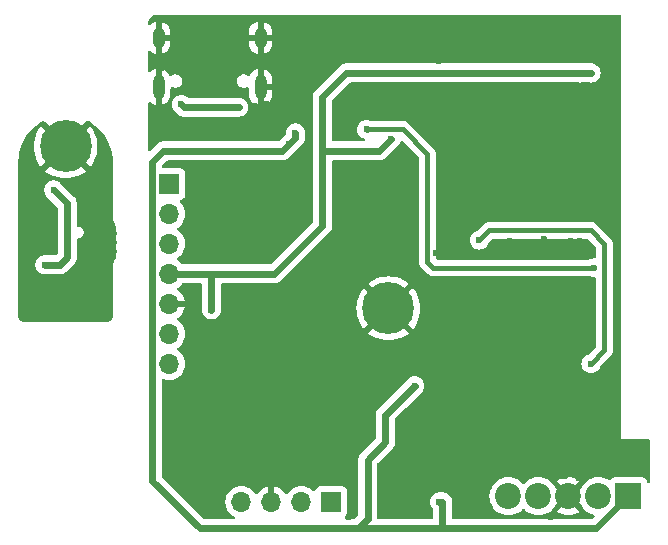
<source format=gbl>
G04 #@! TF.GenerationSoftware,KiCad,Pcbnew,8.0.5*
G04 #@! TF.CreationDate,2024-10-21T14:28:59+02:00*
G04 #@! TF.ProjectId,Slave,536c6176-652e-46b6-9963-61645f706362,rev?*
G04 #@! TF.SameCoordinates,Original*
G04 #@! TF.FileFunction,Copper,L2,Bot*
G04 #@! TF.FilePolarity,Positive*
%FSLAX46Y46*%
G04 Gerber Fmt 4.6, Leading zero omitted, Abs format (unit mm)*
G04 Created by KiCad (PCBNEW 8.0.5) date 2024-10-21 14:28:59*
%MOMM*%
%LPD*%
G01*
G04 APERTURE LIST*
G04 #@! TA.AperFunction,ComponentPad*
%ADD10R,1.700000X1.700000*%
G04 #@! TD*
G04 #@! TA.AperFunction,ComponentPad*
%ADD11O,1.700000X1.700000*%
G04 #@! TD*
G04 #@! TA.AperFunction,ComponentPad*
%ADD12O,1.000000X2.100000*%
G04 #@! TD*
G04 #@! TA.AperFunction,ComponentPad*
%ADD13O,1.000000X1.800000*%
G04 #@! TD*
G04 #@! TA.AperFunction,ComponentPad*
%ADD14R,2.200000X2.200000*%
G04 #@! TD*
G04 #@! TA.AperFunction,ComponentPad*
%ADD15C,2.200000*%
G04 #@! TD*
G04 #@! TA.AperFunction,ComponentPad*
%ADD16C,0.700000*%
G04 #@! TD*
G04 #@! TA.AperFunction,ComponentPad*
%ADD17C,4.400000*%
G04 #@! TD*
G04 #@! TA.AperFunction,ViaPad*
%ADD18C,0.600000*%
G04 #@! TD*
G04 #@! TA.AperFunction,Conductor*
%ADD19C,0.600000*%
G04 #@! TD*
G04 #@! TA.AperFunction,Conductor*
%ADD20C,0.400000*%
G04 #@! TD*
G04 APERTURE END LIST*
D10*
X34798000Y-52324000D03*
D11*
X34798000Y-54864000D03*
X34798000Y-57404000D03*
X34798000Y-59944000D03*
X34798000Y-62484000D03*
X34798000Y-65024000D03*
X34798000Y-67564000D03*
D12*
X42522000Y-44129000D03*
D13*
X42522000Y-39949000D03*
D12*
X33882000Y-44129000D03*
D13*
X33882000Y-39949000D03*
D14*
X73660000Y-78770000D03*
D15*
X71120000Y-78770000D03*
X68580000Y-78770000D03*
X66040000Y-78770000D03*
X63500000Y-78770000D03*
D10*
X48504000Y-79248000D03*
D11*
X45964000Y-79248000D03*
X43424000Y-79248000D03*
X40884000Y-79248000D03*
D16*
X24350000Y-49150000D03*
X24833274Y-47983274D03*
X24833274Y-50316726D03*
X26000000Y-47500000D03*
D17*
X26000000Y-49150000D03*
D16*
X26000000Y-50800000D03*
X27166726Y-47983274D03*
X27166726Y-50316726D03*
X27650000Y-49150000D03*
X51690000Y-62865000D03*
X52173274Y-61698274D03*
X52173274Y-64031726D03*
X53340000Y-61215000D03*
D17*
X53340000Y-62865000D03*
D16*
X53340000Y-64515000D03*
X54506726Y-61698274D03*
X54506726Y-64031726D03*
X54990000Y-62865000D03*
D18*
X57658000Y-79248000D03*
X45466000Y-48006000D03*
X44903000Y-48967000D03*
X55559000Y-69409000D03*
X51588500Y-78385500D03*
X70231000Y-73406000D03*
X47244000Y-40386000D03*
X60452000Y-69088000D03*
X57404000Y-44196000D03*
X39116000Y-42418000D03*
X39370000Y-51816000D03*
X22724000Y-61214000D03*
X44196000Y-39370000D03*
X67100000Y-80520000D03*
X42037000Y-45720000D03*
X41402000Y-48260000D03*
X66548000Y-57023000D03*
X40132000Y-39878000D03*
X69750000Y-61380000D03*
X26026000Y-62738000D03*
X22724000Y-50546000D03*
X64040000Y-62190000D03*
X63246000Y-46990000D03*
X63246000Y-76454000D03*
X54102000Y-50038000D03*
X36576000Y-60960000D03*
X45974000Y-43434000D03*
X52070000Y-67818000D03*
X51562000Y-72644000D03*
X65913000Y-62484000D03*
X56896000Y-61468000D03*
X60706000Y-51054000D03*
X23232000Y-60452000D03*
X56134000Y-61722000D03*
X22470000Y-51308000D03*
X38100000Y-56896000D03*
X57404000Y-74726800D03*
X33655000Y-46482000D03*
X40640000Y-48260000D03*
X51562000Y-73406000D03*
X47244000Y-41402000D03*
X57658000Y-41910000D03*
X69980000Y-62040000D03*
X69596000Y-57150000D03*
X37465000Y-78232000D03*
X72644000Y-59537600D03*
X53594000Y-39624000D03*
X50927000Y-58039000D03*
X35560000Y-39878000D03*
X39370000Y-56896000D03*
X52959000Y-67945000D03*
X53848000Y-46736000D03*
X28312000Y-51054000D03*
X47498000Y-64770000D03*
X43053000Y-45593000D03*
X62611000Y-73533000D03*
X60706000Y-71374000D03*
X22570000Y-60452000D03*
X70480000Y-61480000D03*
X35560000Y-71628000D03*
X62992000Y-69088000D03*
X57150000Y-76200000D03*
X35560000Y-70612000D03*
X74676000Y-76200000D03*
X36322000Y-42418000D03*
X63627000Y-57150000D03*
X59690000Y-71374000D03*
X69469000Y-77216000D03*
X67056000Y-46990000D03*
X46482000Y-76962000D03*
X57404000Y-58166000D03*
X38100000Y-51816000D03*
X61214000Y-66802000D03*
X43180000Y-50546000D03*
X50038000Y-80518000D03*
X23232000Y-51308000D03*
X43434000Y-64770000D03*
X68834000Y-57150000D03*
X73660000Y-76200000D03*
X37318436Y-77221756D03*
X28058000Y-62738000D03*
X38608000Y-57912000D03*
X67310000Y-40894000D03*
X33528000Y-47244000D03*
X71374000Y-38862000D03*
X65024000Y-67310000D03*
X34163000Y-42545000D03*
X52451000Y-68580000D03*
X69850000Y-38862000D03*
X40894000Y-76454000D03*
X29050000Y-51150000D03*
X48006000Y-40894000D03*
X42418000Y-64770000D03*
X49022000Y-46228000D03*
X28800000Y-50400000D03*
X69088000Y-75692000D03*
X68326000Y-77089000D03*
X51487978Y-47713840D03*
X70713600Y-59436000D03*
X69538000Y-42940000D03*
X42418000Y-59944000D03*
X53594000Y-48514000D03*
X25010000Y-52832000D03*
X60706000Y-42926000D03*
X24248000Y-59182000D03*
X38354000Y-62992000D03*
X70500000Y-42940000D03*
X43434000Y-59944000D03*
X26153000Y-58547000D03*
X35802000Y-45593000D03*
X40663500Y-45823500D03*
X70485000Y-67564000D03*
X61018000Y-57092000D03*
D19*
X70185086Y-81485086D02*
X70944914Y-81485086D01*
X37369706Y-81499706D02*
X50765706Y-81499706D01*
X51588500Y-75665500D02*
X51588500Y-78385500D01*
X50765706Y-81499706D02*
X50780326Y-81485086D01*
X51588500Y-78385500D02*
X51588500Y-80676912D01*
X44903000Y-48967000D02*
X44340000Y-49530000D01*
X45466000Y-48006000D02*
X45466000Y-48404000D01*
X51588500Y-80676912D02*
X50765706Y-81499706D01*
X53086000Y-74168000D02*
X51588500Y-75665500D01*
X57912000Y-79248000D02*
X57658000Y-79248000D01*
X70944914Y-81485086D02*
X73660000Y-78770000D01*
X33340000Y-50480000D02*
X33340000Y-77470000D01*
X34290000Y-49530000D02*
X33340000Y-50480000D01*
X50780326Y-81485086D02*
X70185086Y-81485086D01*
X55559000Y-69409000D02*
X53086000Y-71882000D01*
X57912000Y-81457086D02*
X57912000Y-79248000D01*
X33340000Y-77470000D02*
X37369706Y-81499706D01*
X53086000Y-71882000D02*
X53086000Y-74168000D01*
X45466000Y-48404000D02*
X44903000Y-48967000D01*
X44340000Y-49530000D02*
X34290000Y-49530000D01*
X51487978Y-47713840D02*
X51490374Y-47713840D01*
D20*
X54572000Y-47714000D02*
X51490534Y-47714000D01*
X70713600Y-59436000D02*
X57150000Y-59436000D01*
X56642000Y-49784000D02*
X54572000Y-47714000D01*
X56642000Y-58928000D02*
X56642000Y-49784000D01*
X57150000Y-59436000D02*
X56642000Y-58928000D01*
D19*
X51490374Y-47713840D02*
X51490534Y-47714000D01*
X38354000Y-59944000D02*
X38354000Y-62992000D01*
X43688000Y-59944000D02*
X47752000Y-55880000D01*
X49784000Y-42926000D02*
X60706000Y-42926000D01*
X70476000Y-42926000D02*
X70480000Y-42930000D01*
X52578000Y-49530000D02*
X52705000Y-49403000D01*
X52705000Y-49403000D02*
X53594000Y-48514000D01*
X24248000Y-59182000D02*
X25518000Y-59182000D01*
X47752000Y-44958000D02*
X49784000Y-42926000D01*
X47752000Y-49530000D02*
X52578000Y-49530000D01*
X38354000Y-59944000D02*
X43688000Y-59944000D01*
X26153000Y-53975000D02*
X25010000Y-52832000D01*
X34798000Y-59944000D02*
X38354000Y-59944000D01*
X25518000Y-59182000D02*
X26153000Y-58547000D01*
X47752000Y-55880000D02*
X47752000Y-49530000D01*
X60706000Y-42926000D02*
X70476000Y-42926000D01*
X47752000Y-49530000D02*
X47752000Y-44958000D01*
X26153000Y-58547000D02*
X26153000Y-53975000D01*
X36056000Y-45847000D02*
X40640000Y-45847000D01*
X35802000Y-45593000D02*
X36056000Y-45847000D01*
X40640000Y-45847000D02*
X40663500Y-45823500D01*
D20*
X61849000Y-56261000D02*
X70485000Y-56261000D01*
X71628000Y-66421000D02*
X70485000Y-67564000D01*
X70485000Y-56261000D02*
X71628000Y-57404000D01*
X71628000Y-57404000D02*
X71628000Y-66421000D01*
X61018000Y-57092000D02*
X61849000Y-56261000D01*
G04 #@! TA.AperFunction,Conductor*
G36*
X73011039Y-38020185D02*
G01*
X73056794Y-38072989D01*
X73068000Y-38124500D01*
X73068000Y-73896000D01*
X75375500Y-73896000D01*
X75442539Y-73915685D01*
X75488294Y-73968489D01*
X75499500Y-74020000D01*
X75499500Y-77537099D01*
X75479815Y-77604138D01*
X75427011Y-77649893D01*
X75357853Y-77659837D01*
X75294297Y-77630812D01*
X75256523Y-77572034D01*
X75254824Y-77565616D01*
X75254092Y-77562520D01*
X75203797Y-77427671D01*
X75203793Y-77427664D01*
X75117547Y-77312455D01*
X75117544Y-77312452D01*
X75002335Y-77226206D01*
X75002328Y-77226202D01*
X74867482Y-77175908D01*
X74867483Y-77175908D01*
X74807883Y-77169501D01*
X74807881Y-77169500D01*
X74807873Y-77169500D01*
X74807864Y-77169500D01*
X72512129Y-77169500D01*
X72512123Y-77169501D01*
X72452516Y-77175908D01*
X72317671Y-77226202D01*
X72317664Y-77226206D01*
X72202455Y-77312452D01*
X72145072Y-77389105D01*
X72089138Y-77430976D01*
X72019446Y-77435959D01*
X71981016Y-77420520D01*
X71848859Y-77339533D01*
X71616110Y-77243126D01*
X71371151Y-77184317D01*
X71120000Y-77164551D01*
X70868848Y-77184317D01*
X70623889Y-77243126D01*
X70391140Y-77339533D01*
X70176346Y-77471160D01*
X70176343Y-77471161D01*
X69984776Y-77634776D01*
X69821166Y-77826338D01*
X69740126Y-77958581D01*
X69722080Y-77981471D01*
X69103787Y-78599764D01*
X69092518Y-78557708D01*
X69020110Y-78432292D01*
X68917708Y-78329890D01*
X68792292Y-78257482D01*
X68750234Y-78246212D01*
X69524179Y-77472266D01*
X69523362Y-77471568D01*
X69308631Y-77339980D01*
X69075956Y-77243603D01*
X68831072Y-77184812D01*
X68580000Y-77165052D01*
X68328927Y-77184812D01*
X68084043Y-77243603D01*
X67851368Y-77339980D01*
X67636637Y-77471567D01*
X67635819Y-77472266D01*
X68409765Y-78246212D01*
X68367708Y-78257482D01*
X68242292Y-78329890D01*
X68139890Y-78432292D01*
X68067482Y-78557708D01*
X68056212Y-78599765D01*
X67437919Y-77981472D01*
X67419876Y-77958586D01*
X67338836Y-77826341D01*
X67175224Y-77634776D01*
X67011206Y-77494691D01*
X66983656Y-77471161D01*
X66983653Y-77471160D01*
X66768859Y-77339533D01*
X66536110Y-77243126D01*
X66291151Y-77184317D01*
X66040000Y-77164551D01*
X65788848Y-77184317D01*
X65543889Y-77243126D01*
X65311140Y-77339533D01*
X65096346Y-77471160D01*
X65096343Y-77471161D01*
X64904776Y-77634776D01*
X64864290Y-77682179D01*
X64805783Y-77720372D01*
X64735915Y-77720870D01*
X64676869Y-77683516D01*
X64675710Y-77682179D01*
X64656628Y-77659837D01*
X64635224Y-77634776D01*
X64471206Y-77494691D01*
X64443656Y-77471161D01*
X64443653Y-77471160D01*
X64228859Y-77339533D01*
X63996110Y-77243126D01*
X63751151Y-77184317D01*
X63500000Y-77164551D01*
X63248848Y-77184317D01*
X63003889Y-77243126D01*
X62771140Y-77339533D01*
X62556346Y-77471160D01*
X62556343Y-77471161D01*
X62364776Y-77634776D01*
X62201161Y-77826343D01*
X62201160Y-77826346D01*
X62069533Y-78041140D01*
X61973126Y-78273889D01*
X61914317Y-78518848D01*
X61894551Y-78770000D01*
X61914317Y-79021151D01*
X61973126Y-79266110D01*
X62069533Y-79498859D01*
X62201160Y-79713653D01*
X62201161Y-79713656D01*
X62232424Y-79750260D01*
X62364776Y-79905224D01*
X62471362Y-79996257D01*
X62556343Y-80068838D01*
X62556346Y-80068839D01*
X62771140Y-80200466D01*
X62977893Y-80286105D01*
X63003889Y-80296873D01*
X63248852Y-80355683D01*
X63500000Y-80375449D01*
X63751148Y-80355683D01*
X63996111Y-80296873D01*
X64228859Y-80200466D01*
X64443659Y-80068836D01*
X64635224Y-79905224D01*
X64675710Y-79857819D01*
X64734216Y-79819627D01*
X64804084Y-79819128D01*
X64863130Y-79856482D01*
X64864235Y-79857756D01*
X64894048Y-79892663D01*
X64904776Y-79905224D01*
X65096343Y-80068838D01*
X65096346Y-80068839D01*
X65311140Y-80200466D01*
X65517893Y-80286105D01*
X65543889Y-80296873D01*
X65788852Y-80355683D01*
X66040000Y-80375449D01*
X66291148Y-80355683D01*
X66536111Y-80296873D01*
X66768859Y-80200466D01*
X66983659Y-80068836D01*
X67175224Y-79905224D01*
X67338836Y-79713659D01*
X67419879Y-79581408D01*
X67437919Y-79558526D01*
X68056212Y-78940234D01*
X68067482Y-78982292D01*
X68139890Y-79107708D01*
X68242292Y-79210110D01*
X68367708Y-79282518D01*
X68409765Y-79293787D01*
X67635819Y-80067732D01*
X67635819Y-80067733D01*
X67636634Y-80068429D01*
X67851368Y-80200019D01*
X68084043Y-80296396D01*
X68328927Y-80355187D01*
X68580000Y-80374947D01*
X68831072Y-80355187D01*
X69075956Y-80296396D01*
X69308631Y-80200019D01*
X69523361Y-80068432D01*
X69523363Y-80068430D01*
X69524180Y-80067732D01*
X68750234Y-79293787D01*
X68792292Y-79282518D01*
X68917708Y-79210110D01*
X69020110Y-79107708D01*
X69092518Y-78982292D01*
X69103787Y-78940234D01*
X69722079Y-79558526D01*
X69740125Y-79581417D01*
X69821160Y-79713653D01*
X69821161Y-79713656D01*
X69852424Y-79750260D01*
X69984776Y-79905224D01*
X70091362Y-79996257D01*
X70176343Y-80068838D01*
X70176346Y-80068839D01*
X70391140Y-80200466D01*
X70507515Y-80248669D01*
X70623889Y-80296873D01*
X70712730Y-80318201D01*
X70773321Y-80352991D01*
X70805486Y-80415017D01*
X70799010Y-80484586D01*
X70771465Y-80526456D01*
X70740363Y-80557559D01*
X70649653Y-80648268D01*
X70588333Y-80681752D01*
X70561974Y-80684586D01*
X58836500Y-80684586D01*
X58769461Y-80664901D01*
X58723706Y-80612097D01*
X58712500Y-80560586D01*
X58712500Y-79169155D01*
X58712499Y-79169153D01*
X58703693Y-79124883D01*
X58681737Y-79014503D01*
X58680947Y-79012596D01*
X58621397Y-78868827D01*
X58621390Y-78868814D01*
X58533789Y-78737711D01*
X58533786Y-78737707D01*
X58422292Y-78626213D01*
X58422288Y-78626210D01*
X58291185Y-78538609D01*
X58291172Y-78538602D01*
X58145501Y-78478264D01*
X58145489Y-78478261D01*
X57990845Y-78447500D01*
X57990842Y-78447500D01*
X57709915Y-78447500D01*
X57696031Y-78446720D01*
X57658002Y-78442435D01*
X57657998Y-78442435D01*
X57619969Y-78446720D01*
X57606085Y-78447500D01*
X57579152Y-78447500D01*
X57539994Y-78455288D01*
X57529696Y-78456890D01*
X57478742Y-78462632D01*
X57478735Y-78462634D01*
X57454898Y-78470975D01*
X57438140Y-78475550D01*
X57424502Y-78478263D01*
X57424496Y-78478264D01*
X57375631Y-78498504D01*
X57369140Y-78500982D01*
X57308477Y-78522210D01*
X57308474Y-78522212D01*
X57298127Y-78528713D01*
X57279639Y-78538266D01*
X57278832Y-78538600D01*
X57278824Y-78538604D01*
X57278821Y-78538605D01*
X57278821Y-78538606D01*
X57231580Y-78570171D01*
X57224047Y-78575204D01*
X57221132Y-78577092D01*
X57155742Y-78618180D01*
X57155735Y-78618186D01*
X57028186Y-78745735D01*
X57028180Y-78745742D01*
X56987092Y-78811132D01*
X56985209Y-78814038D01*
X56962584Y-78847901D01*
X56948604Y-78868824D01*
X56948600Y-78868832D01*
X56948266Y-78869639D01*
X56938713Y-78888127D01*
X56932212Y-78898474D01*
X56932210Y-78898477D01*
X56910982Y-78959140D01*
X56908504Y-78965631D01*
X56888264Y-79014496D01*
X56888263Y-79014502D01*
X56885550Y-79028140D01*
X56880975Y-79044898D01*
X56872634Y-79068735D01*
X56872632Y-79068742D01*
X56866890Y-79119696D01*
X56865288Y-79129994D01*
X56857500Y-79169152D01*
X56857500Y-79196085D01*
X56856720Y-79209969D01*
X56852435Y-79247998D01*
X56852435Y-79248001D01*
X56856720Y-79286029D01*
X56857500Y-79299914D01*
X56857500Y-79326844D01*
X56865288Y-79366003D01*
X56866890Y-79376303D01*
X56872435Y-79425511D01*
X56872632Y-79427252D01*
X56872633Y-79427260D01*
X56880976Y-79451104D01*
X56885550Y-79467860D01*
X56888262Y-79481496D01*
X56908509Y-79530377D01*
X56910986Y-79536867D01*
X56926575Y-79581417D01*
X56932212Y-79597524D01*
X56938709Y-79607865D01*
X56948268Y-79626365D01*
X56948603Y-79627173D01*
X56948605Y-79627179D01*
X56985223Y-79681982D01*
X56987114Y-79684900D01*
X57028180Y-79750257D01*
X57028182Y-79750260D01*
X57075181Y-79797259D01*
X57108666Y-79858582D01*
X57111500Y-79884940D01*
X57111500Y-80560586D01*
X57091815Y-80627625D01*
X57039011Y-80673380D01*
X56987500Y-80684586D01*
X52513000Y-80684586D01*
X52445961Y-80664901D01*
X52400206Y-80612097D01*
X52389000Y-80560586D01*
X52389000Y-78437414D01*
X52389780Y-78423529D01*
X52394065Y-78385501D01*
X52394065Y-78385498D01*
X52389780Y-78347469D01*
X52389000Y-78333585D01*
X52389000Y-76048440D01*
X52408685Y-75981401D01*
X52425319Y-75960759D01*
X53707786Y-74678292D01*
X53707789Y-74678289D01*
X53795394Y-74547179D01*
X53855737Y-74401497D01*
X53886500Y-74246842D01*
X53886500Y-74089157D01*
X53886500Y-72264940D01*
X53906185Y-72197901D01*
X53922819Y-72177259D01*
X54839867Y-71260211D01*
X56180789Y-69919289D01*
X56188816Y-69911262D01*
X56229921Y-69845842D01*
X56231778Y-69842976D01*
X56268393Y-69788179D01*
X56268719Y-69787389D01*
X56278293Y-69768859D01*
X56284789Y-69758522D01*
X56306017Y-69697852D01*
X56308493Y-69691368D01*
X56328737Y-69642497D01*
X56331450Y-69628852D01*
X56336020Y-69612107D01*
X56344368Y-69588255D01*
X56350110Y-69537285D01*
X56351708Y-69527011D01*
X56359500Y-69487843D01*
X56359500Y-69460914D01*
X56360280Y-69447029D01*
X56364565Y-69409001D01*
X56364565Y-69408998D01*
X56360280Y-69370969D01*
X56359500Y-69357085D01*
X56359500Y-69330157D01*
X56351711Y-69291003D01*
X56350110Y-69280714D01*
X56344368Y-69229745D01*
X56336023Y-69205898D01*
X56331449Y-69189139D01*
X56328737Y-69175503D01*
X56328735Y-69175498D01*
X56328734Y-69175494D01*
X56308492Y-69126627D01*
X56306022Y-69120160D01*
X56284789Y-69059478D01*
X56278288Y-69049132D01*
X56268720Y-69030611D01*
X56268393Y-69029821D01*
X56231794Y-68975046D01*
X56229909Y-68972137D01*
X56188816Y-68906738D01*
X56061260Y-68779182D01*
X56061257Y-68779180D01*
X55995854Y-68738085D01*
X55992962Y-68736211D01*
X55954011Y-68710185D01*
X55938184Y-68699610D01*
X55938181Y-68699608D01*
X55938179Y-68699607D01*
X55938175Y-68699605D01*
X55938165Y-68699600D01*
X55937375Y-68699273D01*
X55918868Y-68689712D01*
X55908522Y-68683211D01*
X55878585Y-68672735D01*
X55847856Y-68661982D01*
X55841363Y-68659503D01*
X55792497Y-68639263D01*
X55792493Y-68639262D01*
X55778860Y-68636550D01*
X55762104Y-68631976D01*
X55738260Y-68623633D01*
X55738256Y-68623632D01*
X55738255Y-68623632D01*
X55717575Y-68621301D01*
X55687303Y-68617890D01*
X55677003Y-68616288D01*
X55637844Y-68608500D01*
X55637842Y-68608500D01*
X55610915Y-68608500D01*
X55597031Y-68607720D01*
X55559002Y-68603435D01*
X55558998Y-68603435D01*
X55520969Y-68607720D01*
X55507085Y-68608500D01*
X55480153Y-68608500D01*
X55440995Y-68616288D01*
X55430695Y-68617890D01*
X55379741Y-68623632D01*
X55355900Y-68631975D01*
X55339139Y-68636550D01*
X55325504Y-68639262D01*
X55276627Y-68659507D01*
X55270133Y-68661986D01*
X55209475Y-68683212D01*
X55199127Y-68689714D01*
X55180627Y-68699272D01*
X55179825Y-68699604D01*
X55179824Y-68699604D01*
X55125035Y-68736211D01*
X55122123Y-68738098D01*
X55056738Y-68779183D01*
X55056735Y-68779186D01*
X52575711Y-71260211D01*
X52519960Y-71315962D01*
X52464209Y-71371712D01*
X52376609Y-71502814D01*
X52376602Y-71502827D01*
X52316264Y-71648498D01*
X52316261Y-71648510D01*
X52285500Y-71803153D01*
X52285500Y-73785060D01*
X52265815Y-73852099D01*
X52249181Y-73872741D01*
X51078211Y-75043711D01*
X51022460Y-75099462D01*
X50966709Y-75155212D01*
X50879109Y-75286314D01*
X50879102Y-75286327D01*
X50818764Y-75431998D01*
X50818761Y-75432010D01*
X50788000Y-75586653D01*
X50788000Y-78333585D01*
X50787220Y-78347469D01*
X50782935Y-78385498D01*
X50782935Y-78385501D01*
X50787220Y-78423529D01*
X50788000Y-78437414D01*
X50788000Y-80293972D01*
X50768315Y-80361011D01*
X50751681Y-80381653D01*
X50470447Y-80662887D01*
X50409124Y-80696372D01*
X50382766Y-80699206D01*
X49758615Y-80699206D01*
X49691576Y-80679521D01*
X49645821Y-80626717D01*
X49635877Y-80557559D01*
X49664902Y-80494003D01*
X49684303Y-80475940D01*
X49711546Y-80455546D01*
X49797796Y-80340331D01*
X49848091Y-80205483D01*
X49854500Y-80145873D01*
X49854499Y-78350128D01*
X49848091Y-78290517D01*
X49846810Y-78287083D01*
X49797797Y-78155671D01*
X49797793Y-78155664D01*
X49711547Y-78040455D01*
X49711544Y-78040452D01*
X49596335Y-77954206D01*
X49596328Y-77954202D01*
X49461482Y-77903908D01*
X49461483Y-77903908D01*
X49401883Y-77897501D01*
X49401881Y-77897500D01*
X49401873Y-77897500D01*
X49401864Y-77897500D01*
X47606129Y-77897500D01*
X47606123Y-77897501D01*
X47546516Y-77903908D01*
X47411671Y-77954202D01*
X47411664Y-77954206D01*
X47296455Y-78040452D01*
X47296452Y-78040455D01*
X47210206Y-78155664D01*
X47210203Y-78155669D01*
X47161189Y-78287083D01*
X47119317Y-78343016D01*
X47053853Y-78367433D01*
X46985580Y-78352581D01*
X46957326Y-78331430D01*
X46835402Y-78209506D01*
X46835395Y-78209501D01*
X46641834Y-78073967D01*
X46641830Y-78073965D01*
X46571439Y-78041141D01*
X46427663Y-77974097D01*
X46427659Y-77974096D01*
X46427655Y-77974094D01*
X46199413Y-77912938D01*
X46199403Y-77912936D01*
X45964001Y-77892341D01*
X45963999Y-77892341D01*
X45728596Y-77912936D01*
X45728586Y-77912938D01*
X45500344Y-77974094D01*
X45500335Y-77974098D01*
X45286171Y-78073964D01*
X45286169Y-78073965D01*
X45092597Y-78209505D01*
X44925508Y-78376594D01*
X44795269Y-78562595D01*
X44740692Y-78606219D01*
X44671193Y-78613412D01*
X44608839Y-78581890D01*
X44592119Y-78562594D01*
X44462113Y-78376926D01*
X44462108Y-78376920D01*
X44295082Y-78209894D01*
X44101578Y-78074399D01*
X43887492Y-77974570D01*
X43887486Y-77974567D01*
X43674000Y-77917364D01*
X43674000Y-78814988D01*
X43616993Y-78782075D01*
X43489826Y-78748000D01*
X43358174Y-78748000D01*
X43231007Y-78782075D01*
X43174000Y-78814988D01*
X43174000Y-77917364D01*
X43173999Y-77917364D01*
X42960513Y-77974567D01*
X42960507Y-77974570D01*
X42746422Y-78074399D01*
X42746420Y-78074400D01*
X42552926Y-78209886D01*
X42552920Y-78209891D01*
X42385891Y-78376920D01*
X42385890Y-78376922D01*
X42255880Y-78562595D01*
X42201303Y-78606219D01*
X42131804Y-78613412D01*
X42069450Y-78581890D01*
X42052730Y-78562594D01*
X41922494Y-78376597D01*
X41755402Y-78209506D01*
X41755395Y-78209501D01*
X41561834Y-78073967D01*
X41561830Y-78073965D01*
X41491439Y-78041141D01*
X41347663Y-77974097D01*
X41347659Y-77974096D01*
X41347655Y-77974094D01*
X41119413Y-77912938D01*
X41119403Y-77912936D01*
X40884001Y-77892341D01*
X40883999Y-77892341D01*
X40648596Y-77912936D01*
X40648586Y-77912938D01*
X40420344Y-77974094D01*
X40420335Y-77974098D01*
X40206171Y-78073964D01*
X40206169Y-78073965D01*
X40012597Y-78209505D01*
X39845505Y-78376597D01*
X39709965Y-78570169D01*
X39709964Y-78570171D01*
X39610098Y-78784335D01*
X39610094Y-78784344D01*
X39548938Y-79012586D01*
X39548936Y-79012596D01*
X39528341Y-79247999D01*
X39528341Y-79248000D01*
X39548936Y-79483403D01*
X39548938Y-79483413D01*
X39610094Y-79711655D01*
X39610096Y-79711659D01*
X39610097Y-79711663D01*
X39689801Y-79882588D01*
X39709965Y-79925830D01*
X39709967Y-79925834D01*
X39763929Y-80002899D01*
X39845505Y-80119401D01*
X40012599Y-80286495D01*
X40096630Y-80345334D01*
X40206165Y-80422032D01*
X40206167Y-80422033D01*
X40206170Y-80422035D01*
X40293644Y-80462824D01*
X40346082Y-80508996D01*
X40365234Y-80576190D01*
X40345018Y-80643071D01*
X40291853Y-80688405D01*
X40241238Y-80699206D01*
X37752646Y-80699206D01*
X37685607Y-80679521D01*
X37664965Y-80662887D01*
X34176819Y-77174741D01*
X34143334Y-77113418D01*
X34140500Y-77087060D01*
X34140500Y-68942156D01*
X34160185Y-68875117D01*
X34212989Y-68829362D01*
X34282147Y-68819418D01*
X34316903Y-68829773D01*
X34334337Y-68837903D01*
X34562592Y-68899063D01*
X34750918Y-68915539D01*
X34797999Y-68919659D01*
X34798000Y-68919659D01*
X34798001Y-68919659D01*
X34837234Y-68916226D01*
X35033408Y-68899063D01*
X35261663Y-68837903D01*
X35475830Y-68738035D01*
X35669401Y-68602495D01*
X35836495Y-68435401D01*
X35972035Y-68241830D01*
X36071903Y-68027663D01*
X36133063Y-67799408D01*
X36153659Y-67564000D01*
X36133063Y-67328592D01*
X36071903Y-67100337D01*
X35972035Y-66886171D01*
X35938454Y-66838211D01*
X35836494Y-66692597D01*
X35669402Y-66525506D01*
X35669396Y-66525501D01*
X35483842Y-66395575D01*
X35440217Y-66340998D01*
X35433023Y-66271500D01*
X35464546Y-66209145D01*
X35483842Y-66192425D01*
X35571790Y-66130843D01*
X35669401Y-66062495D01*
X35836495Y-65895401D01*
X35972035Y-65701830D01*
X36071903Y-65487663D01*
X36133063Y-65259408D01*
X36153659Y-65024000D01*
X36133063Y-64788592D01*
X36071903Y-64560337D01*
X35972035Y-64346171D01*
X35836495Y-64152599D01*
X35836494Y-64152597D01*
X35669402Y-63985506D01*
X35669401Y-63985505D01*
X35483405Y-63855269D01*
X35439781Y-63800692D01*
X35432588Y-63731193D01*
X35464110Y-63668839D01*
X35483405Y-63652119D01*
X35669082Y-63522105D01*
X35836105Y-63355082D01*
X35971600Y-63161578D01*
X36071429Y-62947492D01*
X36071432Y-62947486D01*
X36128636Y-62734000D01*
X35231012Y-62734000D01*
X35263925Y-62676993D01*
X35298000Y-62549826D01*
X35298000Y-62418174D01*
X35263925Y-62291007D01*
X35231012Y-62234000D01*
X36128636Y-62234000D01*
X36128635Y-62233999D01*
X36071432Y-62020513D01*
X36071429Y-62020507D01*
X35971600Y-61806422D01*
X35971599Y-61806420D01*
X35836113Y-61612926D01*
X35836108Y-61612920D01*
X35669078Y-61445890D01*
X35483405Y-61315879D01*
X35439780Y-61261302D01*
X35432588Y-61191804D01*
X35464110Y-61129449D01*
X35483406Y-61112730D01*
X35669401Y-60982495D01*
X35836495Y-60815401D01*
X35849116Y-60797375D01*
X35903693Y-60753752D01*
X35950691Y-60744500D01*
X37429500Y-60744500D01*
X37496539Y-60764185D01*
X37542294Y-60816989D01*
X37553500Y-60868500D01*
X37553500Y-62940085D01*
X37552720Y-62953969D01*
X37548435Y-62991998D01*
X37548435Y-62992001D01*
X37552720Y-63030029D01*
X37553500Y-63043914D01*
X37553500Y-63070844D01*
X37561288Y-63110003D01*
X37562890Y-63120303D01*
X37568632Y-63171252D01*
X37568633Y-63171260D01*
X37576976Y-63195104D01*
X37581550Y-63211860D01*
X37584262Y-63225496D01*
X37604509Y-63274377D01*
X37606988Y-63280872D01*
X37628212Y-63341524D01*
X37634709Y-63351865D01*
X37644268Y-63370365D01*
X37644603Y-63371173D01*
X37644605Y-63371179D01*
X37681223Y-63425982D01*
X37683114Y-63428900D01*
X37724180Y-63494257D01*
X37724182Y-63494260D01*
X37724184Y-63494262D01*
X37851738Y-63621816D01*
X37899965Y-63652119D01*
X37917131Y-63662905D01*
X37920040Y-63664790D01*
X37974821Y-63701394D01*
X37975606Y-63701719D01*
X37994134Y-63711289D01*
X38004478Y-63717789D01*
X38065175Y-63739028D01*
X38071607Y-63741484D01*
X38092401Y-63750097D01*
X38120497Y-63761735D01*
X38120498Y-63761735D01*
X38120503Y-63761737D01*
X38134139Y-63764449D01*
X38150898Y-63769023D01*
X38174745Y-63777368D01*
X38225714Y-63783110D01*
X38235992Y-63784709D01*
X38263140Y-63790109D01*
X38275157Y-63792500D01*
X38275158Y-63792500D01*
X38302085Y-63792500D01*
X38315969Y-63793280D01*
X38353998Y-63797565D01*
X38354000Y-63797565D01*
X38354002Y-63797565D01*
X38392031Y-63793280D01*
X38405915Y-63792500D01*
X38432841Y-63792500D01*
X38432842Y-63792500D01*
X38472017Y-63784707D01*
X38482283Y-63783110D01*
X38533255Y-63777368D01*
X38557100Y-63769023D01*
X38573862Y-63764448D01*
X38587497Y-63761737D01*
X38636389Y-63741484D01*
X38642837Y-63739023D01*
X38703522Y-63717789D01*
X38713868Y-63711287D01*
X38732390Y-63701720D01*
X38733179Y-63701394D01*
X38787987Y-63664771D01*
X38790825Y-63662931D01*
X38856262Y-63621816D01*
X38983816Y-63494262D01*
X39024931Y-63428825D01*
X39026777Y-63425979D01*
X39063389Y-63371186D01*
X39063394Y-63371179D01*
X39063720Y-63370390D01*
X39073287Y-63351868D01*
X39079789Y-63341522D01*
X39101023Y-63280837D01*
X39103490Y-63274377D01*
X39123737Y-63225497D01*
X39126449Y-63211860D01*
X39131023Y-63195100D01*
X39139368Y-63171255D01*
X39145110Y-63120283D01*
X39146707Y-63110017D01*
X39154500Y-63070842D01*
X39154500Y-63043914D01*
X39155280Y-63030029D01*
X39159565Y-62992001D01*
X39159565Y-62991998D01*
X39155280Y-62953969D01*
X39154500Y-62940085D01*
X39154500Y-62865000D01*
X50635065Y-62865000D01*
X50654786Y-63191038D01*
X50713667Y-63512341D01*
X50810835Y-63824164D01*
X50810839Y-63824175D01*
X50944897Y-64122041D01*
X50944898Y-64122043D01*
X51113881Y-64401576D01*
X51261476Y-64589968D01*
X52403708Y-63447736D01*
X52500967Y-63581602D01*
X52623398Y-63704033D01*
X52757262Y-63801290D01*
X51615030Y-64943522D01*
X51615030Y-64943523D01*
X51803423Y-65091118D01*
X52082956Y-65260101D01*
X52082958Y-65260102D01*
X52380824Y-65394160D01*
X52380835Y-65394164D01*
X52692658Y-65491332D01*
X53013961Y-65550213D01*
X53340000Y-65569934D01*
X53666038Y-65550213D01*
X53987341Y-65491332D01*
X54299164Y-65394164D01*
X54299175Y-65394160D01*
X54597041Y-65260102D01*
X54597043Y-65260101D01*
X54876586Y-65091112D01*
X55064968Y-64943523D01*
X55064968Y-64943522D01*
X53922737Y-63801290D01*
X54056602Y-63704033D01*
X54179033Y-63581602D01*
X54276290Y-63447737D01*
X55418522Y-64589968D01*
X55418523Y-64589968D01*
X55566112Y-64401586D01*
X55735101Y-64122043D01*
X55735102Y-64122041D01*
X55869160Y-63824175D01*
X55869164Y-63824164D01*
X55966332Y-63512341D01*
X56025213Y-63191038D01*
X56044934Y-62865000D01*
X56025213Y-62538961D01*
X55966332Y-62217658D01*
X55869164Y-61905835D01*
X55869160Y-61905824D01*
X55735102Y-61607958D01*
X55735101Y-61607956D01*
X55566118Y-61328423D01*
X55418522Y-61140030D01*
X54276290Y-62282262D01*
X54179033Y-62148398D01*
X54056602Y-62025967D01*
X53922736Y-61928709D01*
X55064968Y-60786476D01*
X54876576Y-60638881D01*
X54597043Y-60469898D01*
X54597041Y-60469897D01*
X54299175Y-60335839D01*
X54299164Y-60335835D01*
X53987341Y-60238667D01*
X53666038Y-60179786D01*
X53340000Y-60160065D01*
X53013961Y-60179786D01*
X52692658Y-60238667D01*
X52380835Y-60335835D01*
X52380824Y-60335839D01*
X52082958Y-60469897D01*
X52082956Y-60469898D01*
X51803422Y-60638881D01*
X51803416Y-60638886D01*
X51615030Y-60786474D01*
X51615029Y-60786476D01*
X52757262Y-61928709D01*
X52623398Y-62025967D01*
X52500967Y-62148398D01*
X52403709Y-62282262D01*
X51261476Y-61140029D01*
X51261474Y-61140030D01*
X51113886Y-61328416D01*
X51113881Y-61328422D01*
X50944898Y-61607956D01*
X50944897Y-61607958D01*
X50810839Y-61905824D01*
X50810835Y-61905835D01*
X50713667Y-62217658D01*
X50654786Y-62538961D01*
X50635065Y-62865000D01*
X39154500Y-62865000D01*
X39154500Y-60868500D01*
X39174185Y-60801461D01*
X39226989Y-60755706D01*
X39278500Y-60744500D01*
X42366085Y-60744500D01*
X42379969Y-60745280D01*
X42417998Y-60749565D01*
X42418000Y-60749565D01*
X42418002Y-60749565D01*
X42456031Y-60745280D01*
X42469915Y-60744500D01*
X43382085Y-60744500D01*
X43395969Y-60745280D01*
X43433998Y-60749565D01*
X43434000Y-60749565D01*
X43434002Y-60749565D01*
X43472031Y-60745280D01*
X43485915Y-60744500D01*
X43766844Y-60744500D01*
X43766845Y-60744499D01*
X43921497Y-60713737D01*
X44067179Y-60653394D01*
X44198289Y-60565789D01*
X48373789Y-56390289D01*
X48461394Y-56259179D01*
X48521737Y-56113497D01*
X48552500Y-55958842D01*
X48552500Y-55801158D01*
X48552500Y-50454500D01*
X48572185Y-50387461D01*
X48624989Y-50341706D01*
X48676500Y-50330500D01*
X52656844Y-50330500D01*
X52656845Y-50330499D01*
X52811497Y-50299737D01*
X52957179Y-50239394D01*
X53088289Y-50151789D01*
X53326789Y-49913289D01*
X54215789Y-49024289D01*
X54223816Y-49016262D01*
X54264931Y-48950825D01*
X54266777Y-48947979D01*
X54289287Y-48914291D01*
X54303394Y-48893179D01*
X54303720Y-48892390D01*
X54313287Y-48873868D01*
X54319789Y-48863522D01*
X54341023Y-48802837D01*
X54343484Y-48796389D01*
X54363737Y-48747497D01*
X54366070Y-48741866D01*
X54368628Y-48742925D01*
X54400335Y-48694446D01*
X54464120Y-48665930D01*
X54533197Y-48676426D01*
X54568467Y-48701124D01*
X55905181Y-50037838D01*
X55938666Y-50099161D01*
X55941500Y-50125519D01*
X55941500Y-58859006D01*
X55941500Y-58996994D01*
X55941500Y-58996996D01*
X55941499Y-58996996D01*
X55968418Y-59132322D01*
X55968421Y-59132332D01*
X56021222Y-59259807D01*
X56097887Y-59374545D01*
X56097888Y-59374546D01*
X56605886Y-59882542D01*
X56654836Y-59931492D01*
X56703459Y-59980115D01*
X56818182Y-60056771D01*
X56818189Y-60056775D01*
X56889951Y-60086499D01*
X56889953Y-60086501D01*
X56945666Y-60109578D01*
X56945671Y-60109580D01*
X56945680Y-60109581D01*
X56945681Y-60109582D01*
X56972545Y-60114925D01*
X56972551Y-60114926D01*
X56972591Y-60114934D01*
X57062937Y-60132905D01*
X57081006Y-60136500D01*
X57081007Y-60136500D01*
X70288106Y-60136500D01*
X70354077Y-60155506D01*
X70364074Y-60161787D01*
X70364075Y-60161787D01*
X70364078Y-60161789D01*
X70534345Y-60221368D01*
X70534350Y-60221369D01*
X70713596Y-60241565D01*
X70713600Y-60241565D01*
X70713602Y-60241565D01*
X70761342Y-60236185D01*
X70789616Y-60233000D01*
X70858438Y-60245054D01*
X70909817Y-60292403D01*
X70927500Y-60356220D01*
X70927500Y-66079480D01*
X70907815Y-66146519D01*
X70891181Y-66167161D01*
X70285709Y-66772632D01*
X70238984Y-66801992D01*
X70135476Y-66838211D01*
X70135475Y-66838212D01*
X69982737Y-66934184D01*
X69855184Y-67061737D01*
X69759211Y-67214476D01*
X69699631Y-67384745D01*
X69699630Y-67384750D01*
X69679435Y-67563996D01*
X69679435Y-67564003D01*
X69699630Y-67743249D01*
X69699631Y-67743254D01*
X69759211Y-67913523D01*
X69830931Y-68027664D01*
X69855184Y-68066262D01*
X69982738Y-68193816D01*
X70135478Y-68289789D01*
X70305745Y-68349368D01*
X70305750Y-68349369D01*
X70484996Y-68369565D01*
X70485000Y-68369565D01*
X70485004Y-68369565D01*
X70664249Y-68349369D01*
X70664252Y-68349368D01*
X70664255Y-68349368D01*
X70834522Y-68289789D01*
X70987262Y-68193816D01*
X71114816Y-68066262D01*
X71210789Y-67913522D01*
X71247007Y-67810013D01*
X71276365Y-67763290D01*
X72172114Y-66867543D01*
X72248775Y-66752811D01*
X72301580Y-66625328D01*
X72321436Y-66525506D01*
X72328500Y-66489996D01*
X72328500Y-57335007D01*
X72322622Y-57305461D01*
X72322622Y-57305457D01*
X72301581Y-57199679D01*
X72301580Y-57199672D01*
X72288708Y-57168596D01*
X72248777Y-57072192D01*
X72172112Y-56957454D01*
X70931545Y-55716887D01*
X70816807Y-55640222D01*
X70689332Y-55587421D01*
X70689322Y-55587418D01*
X70553996Y-55560500D01*
X70553994Y-55560500D01*
X70553993Y-55560500D01*
X61780007Y-55560500D01*
X61780003Y-55560500D01*
X61671590Y-55582065D01*
X61671589Y-55582065D01*
X61658139Y-55584741D01*
X61644673Y-55587419D01*
X61618268Y-55598356D01*
X61591866Y-55609292D01*
X61591864Y-55609293D01*
X61591863Y-55609292D01*
X61517191Y-55640223D01*
X61517188Y-55640225D01*
X61508003Y-55646363D01*
X61503311Y-55649498D01*
X61503308Y-55649500D01*
X61402461Y-55716883D01*
X61402453Y-55716889D01*
X60818710Y-56300631D01*
X60771985Y-56329991D01*
X60668476Y-56366211D01*
X60668475Y-56366212D01*
X60515737Y-56462184D01*
X60388184Y-56589737D01*
X60292211Y-56742476D01*
X60232631Y-56912745D01*
X60232630Y-56912750D01*
X60212435Y-57091996D01*
X60212435Y-57092003D01*
X60232630Y-57271249D01*
X60232631Y-57271254D01*
X60292211Y-57441523D01*
X60381804Y-57584108D01*
X60388184Y-57594262D01*
X60515738Y-57721816D01*
X60668478Y-57817789D01*
X60758720Y-57849366D01*
X60838745Y-57877368D01*
X60838750Y-57877369D01*
X61017996Y-57897565D01*
X61018000Y-57897565D01*
X61018004Y-57897565D01*
X61197249Y-57877369D01*
X61197252Y-57877368D01*
X61197255Y-57877368D01*
X61367522Y-57817789D01*
X61520262Y-57721816D01*
X61647816Y-57594262D01*
X61743789Y-57441522D01*
X61780008Y-57338011D01*
X61809366Y-57291289D01*
X62102837Y-56997819D01*
X62164160Y-56964334D01*
X62190518Y-56961500D01*
X70143481Y-56961500D01*
X70210520Y-56981185D01*
X70231162Y-56997819D01*
X70891181Y-57657838D01*
X70924666Y-57719161D01*
X70927500Y-57745519D01*
X70927500Y-58515779D01*
X70907815Y-58582818D01*
X70855011Y-58628573D01*
X70789617Y-58638999D01*
X70713604Y-58630435D01*
X70713596Y-58630435D01*
X70534350Y-58650630D01*
X70534345Y-58650631D01*
X70364074Y-58710212D01*
X70354077Y-58716494D01*
X70288106Y-58735500D01*
X57491519Y-58735500D01*
X57424480Y-58715815D01*
X57403836Y-58699179D01*
X57378817Y-58674159D01*
X57345333Y-58612836D01*
X57342500Y-58586480D01*
X57342500Y-49715011D01*
X57342500Y-49715007D01*
X57342498Y-49714996D01*
X57341557Y-49710267D01*
X57341556Y-49710263D01*
X57315580Y-49579672D01*
X57272654Y-49476038D01*
X57262777Y-49452192D01*
X57186112Y-49337454D01*
X55018545Y-47169887D01*
X54903807Y-47093222D01*
X54776332Y-47040421D01*
X54776322Y-47040418D01*
X54640996Y-47013500D01*
X54640994Y-47013500D01*
X54640993Y-47013500D01*
X51916077Y-47013500D01*
X51868625Y-47004061D01*
X51861725Y-47001203D01*
X51843208Y-46991637D01*
X51837503Y-46988052D01*
X51834739Y-46987085D01*
X51792256Y-46972219D01*
X51785805Y-46969757D01*
X51723871Y-46944103D01*
X51704671Y-46940283D01*
X51687918Y-46935709D01*
X51667237Y-46928473D01*
X51667226Y-46928470D01*
X51621806Y-46923353D01*
X51611498Y-46921750D01*
X51569219Y-46913340D01*
X51569216Y-46913340D01*
X51539893Y-46913340D01*
X51526009Y-46912560D01*
X51487980Y-46908275D01*
X51487976Y-46908275D01*
X51449947Y-46912560D01*
X51436063Y-46913340D01*
X51409130Y-46913340D01*
X51369972Y-46921128D01*
X51359674Y-46922730D01*
X51308720Y-46928472D01*
X51308713Y-46928474D01*
X51284876Y-46936815D01*
X51268118Y-46941390D01*
X51254480Y-46944103D01*
X51254474Y-46944104D01*
X51205609Y-46964344D01*
X51199118Y-46966822D01*
X51138455Y-46988050D01*
X51138452Y-46988052D01*
X51128105Y-46994553D01*
X51109617Y-47004106D01*
X51108810Y-47004440D01*
X51108802Y-47004444D01*
X51054025Y-47041044D01*
X51051110Y-47042932D01*
X50985720Y-47084020D01*
X50985713Y-47084026D01*
X50858164Y-47211575D01*
X50858158Y-47211582D01*
X50817070Y-47276972D01*
X50815187Y-47279878D01*
X50814965Y-47280212D01*
X50778582Y-47334664D01*
X50778578Y-47334672D01*
X50778244Y-47335479D01*
X50768691Y-47353967D01*
X50762190Y-47364314D01*
X50762188Y-47364317D01*
X50740960Y-47424980D01*
X50738482Y-47431471D01*
X50718242Y-47480336D01*
X50718241Y-47480342D01*
X50715528Y-47493980D01*
X50710953Y-47510738D01*
X50702612Y-47534575D01*
X50702610Y-47534582D01*
X50696868Y-47585536D01*
X50695266Y-47595834D01*
X50687478Y-47634992D01*
X50687478Y-47661925D01*
X50686698Y-47675809D01*
X50682413Y-47713838D01*
X50682413Y-47713841D01*
X50686698Y-47751869D01*
X50687478Y-47765754D01*
X50687478Y-47792684D01*
X50695266Y-47831843D01*
X50696868Y-47842143D01*
X50702594Y-47892956D01*
X50702610Y-47893092D01*
X50702611Y-47893100D01*
X50710954Y-47916944D01*
X50715528Y-47933700D01*
X50718240Y-47947336D01*
X50738487Y-47996217D01*
X50740964Y-48002707D01*
X50757513Y-48050000D01*
X50762190Y-48063364D01*
X50768687Y-48073705D01*
X50778246Y-48092205D01*
X50778581Y-48093013D01*
X50778583Y-48093019D01*
X50815201Y-48147822D01*
X50817092Y-48150740D01*
X50858158Y-48216097D01*
X50858160Y-48216100D01*
X50858162Y-48216102D01*
X50985716Y-48343656D01*
X50988191Y-48345211D01*
X51051109Y-48384745D01*
X51054018Y-48386630D01*
X51108799Y-48423234D01*
X51109584Y-48423559D01*
X51128112Y-48433129D01*
X51138456Y-48439629D01*
X51199153Y-48460868D01*
X51205585Y-48463324D01*
X51233999Y-48475093D01*
X51254475Y-48483575D01*
X51254479Y-48483576D01*
X51254481Y-48483577D01*
X51254482Y-48483577D01*
X51254485Y-48483578D01*
X51256013Y-48483882D01*
X51256739Y-48484262D01*
X51260313Y-48485346D01*
X51260107Y-48486023D01*
X51317925Y-48516265D01*
X51352501Y-48576980D01*
X51348763Y-48646749D01*
X51307898Y-48703423D01*
X51242881Y-48729006D01*
X51231825Y-48729500D01*
X48676500Y-48729500D01*
X48609461Y-48709815D01*
X48563706Y-48657011D01*
X48552500Y-48605500D01*
X48552500Y-45340940D01*
X48572185Y-45273901D01*
X48588819Y-45253259D01*
X50079259Y-43762819D01*
X50140582Y-43729334D01*
X50166940Y-43726500D01*
X60627158Y-43726500D01*
X60654085Y-43726500D01*
X60667969Y-43727280D01*
X60705998Y-43731565D01*
X60706000Y-43731565D01*
X60706002Y-43731565D01*
X60744031Y-43727280D01*
X60757915Y-43726500D01*
X69361832Y-43726500D01*
X69375713Y-43727279D01*
X69393945Y-43729334D01*
X69537997Y-43745565D01*
X69538000Y-43745565D01*
X69538003Y-43745565D01*
X69682055Y-43729334D01*
X69700286Y-43727279D01*
X69714168Y-43726500D01*
X70323832Y-43726500D01*
X70337713Y-43727279D01*
X70355945Y-43729334D01*
X70499997Y-43745565D01*
X70500000Y-43745565D01*
X70500004Y-43745565D01*
X70679249Y-43725369D01*
X70679252Y-43725368D01*
X70679255Y-43725368D01*
X70849522Y-43665789D01*
X71002262Y-43569816D01*
X71129816Y-43442262D01*
X71225789Y-43289522D01*
X71285368Y-43119255D01*
X71285866Y-43114838D01*
X71305565Y-42940003D01*
X71305565Y-42939996D01*
X71285369Y-42760750D01*
X71285368Y-42760745D01*
X71261595Y-42692807D01*
X71225789Y-42590478D01*
X71129816Y-42437738D01*
X71002262Y-42310184D01*
X70885751Y-42236975D01*
X70882832Y-42235083D01*
X70855180Y-42216606D01*
X70855176Y-42216604D01*
X70853536Y-42215925D01*
X70849602Y-42214163D01*
X70845496Y-42212595D01*
X70709501Y-42156264D01*
X70709489Y-42156261D01*
X70554845Y-42125500D01*
X70554842Y-42125500D01*
X60784842Y-42125500D01*
X60757915Y-42125500D01*
X60744031Y-42124720D01*
X60706002Y-42120435D01*
X60705998Y-42120435D01*
X60667969Y-42124720D01*
X60654085Y-42125500D01*
X49705155Y-42125500D01*
X49550510Y-42156261D01*
X49550498Y-42156264D01*
X49404827Y-42216602D01*
X49404814Y-42216609D01*
X49273711Y-42304210D01*
X49273707Y-42304213D01*
X47726787Y-43851135D01*
X47241711Y-44336211D01*
X47198922Y-44379000D01*
X47130209Y-44447712D01*
X47042609Y-44578814D01*
X47042602Y-44578827D01*
X46982264Y-44724498D01*
X46982261Y-44724510D01*
X46951500Y-44879153D01*
X46951500Y-55497060D01*
X46931815Y-55564099D01*
X46915181Y-55584741D01*
X43392741Y-59107181D01*
X43331418Y-59140666D01*
X43305060Y-59143500D01*
X42469915Y-59143500D01*
X42456031Y-59142720D01*
X42418002Y-59138435D01*
X42417998Y-59138435D01*
X42379969Y-59142720D01*
X42366085Y-59143500D01*
X35950691Y-59143500D01*
X35883652Y-59123815D01*
X35849116Y-59090624D01*
X35836491Y-59072594D01*
X35669402Y-58905506D01*
X35669396Y-58905501D01*
X35483842Y-58775575D01*
X35440217Y-58720998D01*
X35433023Y-58651500D01*
X35464546Y-58589145D01*
X35483842Y-58572425D01*
X35520151Y-58547001D01*
X35669401Y-58442495D01*
X35836495Y-58275401D01*
X35972035Y-58081830D01*
X36071903Y-57867663D01*
X36133063Y-57639408D01*
X36153659Y-57404000D01*
X36133063Y-57168592D01*
X36076490Y-56957457D01*
X36071905Y-56940344D01*
X36071904Y-56940343D01*
X36071903Y-56940337D01*
X35972035Y-56726171D01*
X35958482Y-56706814D01*
X35836494Y-56532597D01*
X35669402Y-56365506D01*
X35669396Y-56365501D01*
X35483842Y-56235575D01*
X35440217Y-56180998D01*
X35433023Y-56111500D01*
X35464546Y-56049145D01*
X35483842Y-56032425D01*
X35567841Y-55973608D01*
X35669401Y-55902495D01*
X35836495Y-55735401D01*
X35972035Y-55541830D01*
X36071903Y-55327663D01*
X36133063Y-55099408D01*
X36153659Y-54864000D01*
X36133063Y-54628592D01*
X36071903Y-54400337D01*
X35972035Y-54186171D01*
X35836495Y-53992599D01*
X35714567Y-53870671D01*
X35681084Y-53809351D01*
X35686068Y-53739659D01*
X35727939Y-53683725D01*
X35758915Y-53666810D01*
X35890331Y-53617796D01*
X36005546Y-53531546D01*
X36091796Y-53416331D01*
X36142091Y-53281483D01*
X36148500Y-53221873D01*
X36148499Y-51426128D01*
X36142091Y-51366517D01*
X36091796Y-51231669D01*
X36091795Y-51231668D01*
X36091793Y-51231664D01*
X36005547Y-51116455D01*
X36005544Y-51116452D01*
X35890335Y-51030206D01*
X35890328Y-51030202D01*
X35755482Y-50979908D01*
X35755483Y-50979908D01*
X35695883Y-50973501D01*
X35695881Y-50973500D01*
X35695873Y-50973500D01*
X35695865Y-50973500D01*
X34277940Y-50973500D01*
X34210901Y-50953815D01*
X34165146Y-50901011D01*
X34155202Y-50831853D01*
X34184227Y-50768297D01*
X34190259Y-50761819D01*
X34585259Y-50366819D01*
X34646582Y-50333334D01*
X34672940Y-50330500D01*
X44418844Y-50330500D01*
X44418845Y-50330499D01*
X44573497Y-50299737D01*
X44719179Y-50239394D01*
X44850289Y-50151789D01*
X45524789Y-49477289D01*
X45532816Y-49469262D01*
X46087789Y-48914289D01*
X46121710Y-48863522D01*
X46175394Y-48783179D01*
X46235737Y-48637497D01*
X46241322Y-48609418D01*
X46242698Y-48602502D01*
X46242698Y-48602500D01*
X46263245Y-48499208D01*
X46266500Y-48482844D01*
X46266500Y-48057914D01*
X46267280Y-48044029D01*
X46271565Y-48006001D01*
X46271565Y-48005998D01*
X46267280Y-47967969D01*
X46266500Y-47954085D01*
X46266500Y-47927157D01*
X46259724Y-47893095D01*
X46258709Y-47887992D01*
X46257110Y-47877714D01*
X46251368Y-47826745D01*
X46243023Y-47802898D01*
X46238449Y-47786139D01*
X46235737Y-47772503D01*
X46235734Y-47772496D01*
X46227190Y-47751869D01*
X46215484Y-47723607D01*
X46213028Y-47717175D01*
X46191789Y-47656478D01*
X46185289Y-47646134D01*
X46175719Y-47627606D01*
X46175394Y-47626821D01*
X46138790Y-47572040D01*
X46136905Y-47569131D01*
X46115198Y-47534585D01*
X46095816Y-47503738D01*
X45968262Y-47376184D01*
X45968260Y-47376182D01*
X45968257Y-47376180D01*
X45902900Y-47335114D01*
X45899982Y-47333223D01*
X45845179Y-47296605D01*
X45845173Y-47296603D01*
X45844365Y-47296268D01*
X45825865Y-47286709D01*
X45815524Y-47280212D01*
X45815523Y-47280211D01*
X45815522Y-47280211D01*
X45754867Y-47258986D01*
X45748377Y-47256509D01*
X45699496Y-47236262D01*
X45685860Y-47233550D01*
X45669104Y-47228976D01*
X45645260Y-47220633D01*
X45645256Y-47220632D01*
X45645255Y-47220632D01*
X45624575Y-47218301D01*
X45594303Y-47214890D01*
X45584003Y-47213288D01*
X45544844Y-47205500D01*
X45544842Y-47205500D01*
X45517915Y-47205500D01*
X45504031Y-47204720D01*
X45466002Y-47200435D01*
X45465998Y-47200435D01*
X45427969Y-47204720D01*
X45414085Y-47205500D01*
X45387152Y-47205500D01*
X45347994Y-47213288D01*
X45337696Y-47214890D01*
X45286742Y-47220632D01*
X45286735Y-47220634D01*
X45262898Y-47228975D01*
X45246140Y-47233550D01*
X45232502Y-47236263D01*
X45232496Y-47236264D01*
X45183631Y-47256504D01*
X45177140Y-47258982D01*
X45116477Y-47280210D01*
X45116474Y-47280212D01*
X45106127Y-47286713D01*
X45087639Y-47296266D01*
X45086832Y-47296600D01*
X45086824Y-47296604D01*
X45032047Y-47333204D01*
X45029132Y-47335092D01*
X44963742Y-47376180D01*
X44963735Y-47376186D01*
X44836186Y-47503735D01*
X44836180Y-47503742D01*
X44795092Y-47569132D01*
X44793204Y-47572047D01*
X44756604Y-47626824D01*
X44756600Y-47626832D01*
X44756266Y-47627639D01*
X44746713Y-47646127D01*
X44740212Y-47656474D01*
X44740210Y-47656477D01*
X44718982Y-47717140D01*
X44716504Y-47723631D01*
X44696264Y-47772496D01*
X44696263Y-47772502D01*
X44693550Y-47786140D01*
X44688975Y-47802898D01*
X44680634Y-47826735D01*
X44680632Y-47826742D01*
X44674890Y-47877696D01*
X44673288Y-47887994D01*
X44665500Y-47927152D01*
X44665500Y-47954085D01*
X44664720Y-47967969D01*
X44660435Y-48005998D01*
X44660435Y-48006005D01*
X44660988Y-48010916D01*
X44648929Y-48079737D01*
X44625448Y-48112473D01*
X44400738Y-48337184D01*
X44044741Y-48693181D01*
X43983418Y-48726666D01*
X43957060Y-48729500D01*
X34211155Y-48729500D01*
X34056510Y-48760261D01*
X34056498Y-48760264D01*
X33910827Y-48820602D01*
X33910814Y-48820609D01*
X33779711Y-48908210D01*
X33779707Y-48908213D01*
X33212181Y-49475740D01*
X33150858Y-49509225D01*
X33081166Y-49504241D01*
X33025233Y-49462369D01*
X33000816Y-49396905D01*
X33000500Y-49388059D01*
X33000500Y-45511077D01*
X33020185Y-45444038D01*
X33072989Y-45398283D01*
X33142147Y-45388339D01*
X33205703Y-45417364D01*
X33212181Y-45423396D01*
X33244533Y-45455748D01*
X33244537Y-45455751D01*
X33408315Y-45565185D01*
X33408328Y-45565192D01*
X33590308Y-45640569D01*
X33632000Y-45648862D01*
X33632000Y-44845988D01*
X33641940Y-44863205D01*
X33697795Y-44919060D01*
X33766204Y-44958556D01*
X33842504Y-44979000D01*
X33921496Y-44979000D01*
X33997796Y-44958556D01*
X34066205Y-44919060D01*
X34122060Y-44863205D01*
X34132000Y-44845988D01*
X34132000Y-45648862D01*
X34173690Y-45640569D01*
X34173692Y-45640569D01*
X34288540Y-45592998D01*
X34996435Y-45592998D01*
X34996435Y-45593001D01*
X35000720Y-45631029D01*
X35001500Y-45644914D01*
X35001500Y-45671844D01*
X35009288Y-45711003D01*
X35010890Y-45721303D01*
X35016632Y-45772252D01*
X35016633Y-45772260D01*
X35024976Y-45796104D01*
X35029550Y-45812860D01*
X35032262Y-45826496D01*
X35052509Y-45875377D01*
X35054988Y-45881872D01*
X35076212Y-45942524D01*
X35082709Y-45952865D01*
X35092268Y-45971365D01*
X35092603Y-45972173D01*
X35092605Y-45972179D01*
X35129223Y-46026982D01*
X35131110Y-46029894D01*
X35135620Y-46037072D01*
X35172180Y-46095257D01*
X35172182Y-46095260D01*
X35172184Y-46095262D01*
X35180211Y-46103289D01*
X35434211Y-46357289D01*
X35545711Y-46468789D01*
X35545712Y-46468790D01*
X35676814Y-46556390D01*
X35676827Y-46556397D01*
X35822498Y-46616735D01*
X35822503Y-46616737D01*
X35822507Y-46616737D01*
X35822508Y-46616738D01*
X35977154Y-46647500D01*
X35977157Y-46647500D01*
X40718844Y-46647500D01*
X40718845Y-46647499D01*
X40873497Y-46616737D01*
X41019179Y-46556394D01*
X41150289Y-46468789D01*
X41285289Y-46333789D01*
X41293316Y-46325762D01*
X41334431Y-46260325D01*
X41336277Y-46257479D01*
X41372889Y-46202686D01*
X41372894Y-46202679D01*
X41373220Y-46201890D01*
X41382787Y-46183368D01*
X41389289Y-46173022D01*
X41410523Y-46112337D01*
X41412984Y-46105889D01*
X41433237Y-46056997D01*
X41435948Y-46043362D01*
X41440523Y-46026600D01*
X41448868Y-46002755D01*
X41454610Y-45951783D01*
X41456207Y-45941517D01*
X41464000Y-45902342D01*
X41464000Y-45875414D01*
X41464780Y-45861529D01*
X41469065Y-45823501D01*
X41469065Y-45823498D01*
X41464780Y-45785469D01*
X41464000Y-45771585D01*
X41464000Y-45744657D01*
X41459354Y-45721303D01*
X41456209Y-45705492D01*
X41454610Y-45695214D01*
X41448868Y-45644245D01*
X41440523Y-45620398D01*
X41435949Y-45603639D01*
X41433237Y-45590003D01*
X41412984Y-45541107D01*
X41410528Y-45534675D01*
X41389289Y-45473978D01*
X41382789Y-45463634D01*
X41373219Y-45445106D01*
X41372894Y-45444321D01*
X41336290Y-45389540D01*
X41334405Y-45386631D01*
X41293316Y-45321238D01*
X41165762Y-45193684D01*
X41165760Y-45193682D01*
X41165757Y-45193680D01*
X41105999Y-45156132D01*
X41100394Y-45152610D01*
X41097482Y-45150723D01*
X41042679Y-45114105D01*
X41042673Y-45114103D01*
X41041865Y-45113768D01*
X41023365Y-45104209D01*
X41013024Y-45097712D01*
X41013023Y-45097711D01*
X41013022Y-45097711D01*
X40952367Y-45076486D01*
X40945877Y-45074009D01*
X40896996Y-45053762D01*
X40883360Y-45051050D01*
X40866604Y-45046476D01*
X40842760Y-45038133D01*
X40842756Y-45038132D01*
X40842755Y-45038132D01*
X40822075Y-45035801D01*
X40791803Y-45032390D01*
X40781503Y-45030788D01*
X40742344Y-45023000D01*
X40742342Y-45023000D01*
X40715415Y-45023000D01*
X40701531Y-45022220D01*
X40663502Y-45017935D01*
X40663498Y-45017935D01*
X40625469Y-45022220D01*
X40611585Y-45023000D01*
X40584652Y-45023000D01*
X40545494Y-45030788D01*
X40535195Y-45032390D01*
X40484245Y-45038132D01*
X40480216Y-45039541D01*
X40439263Y-45046500D01*
X36438940Y-45046500D01*
X36371901Y-45026815D01*
X36351259Y-45010181D01*
X36304260Y-44963182D01*
X36304257Y-44963180D01*
X36238900Y-44922114D01*
X36235982Y-44920223D01*
X36181179Y-44883605D01*
X36181173Y-44883603D01*
X36180365Y-44883268D01*
X36161865Y-44873709D01*
X36151524Y-44867212D01*
X36151523Y-44867211D01*
X36151522Y-44867211D01*
X36090867Y-44845986D01*
X36084377Y-44843509D01*
X36035496Y-44823262D01*
X36021860Y-44820550D01*
X36005104Y-44815976D01*
X35981260Y-44807633D01*
X35981256Y-44807632D01*
X35981255Y-44807632D01*
X35960575Y-44805301D01*
X35930303Y-44801890D01*
X35920003Y-44800288D01*
X35880844Y-44792500D01*
X35880842Y-44792500D01*
X35853915Y-44792500D01*
X35840031Y-44791720D01*
X35802002Y-44787435D01*
X35801998Y-44787435D01*
X35763969Y-44791720D01*
X35750085Y-44792500D01*
X35723152Y-44792500D01*
X35683994Y-44800288D01*
X35673696Y-44801890D01*
X35622742Y-44807632D01*
X35622735Y-44807634D01*
X35598898Y-44815975D01*
X35582140Y-44820550D01*
X35568502Y-44823263D01*
X35568496Y-44823264D01*
X35519631Y-44843504D01*
X35513140Y-44845982D01*
X35452477Y-44867210D01*
X35452474Y-44867212D01*
X35442127Y-44873713D01*
X35423639Y-44883266D01*
X35422832Y-44883600D01*
X35422824Y-44883604D01*
X35368047Y-44920204D01*
X35365132Y-44922092D01*
X35299742Y-44963180D01*
X35299735Y-44963186D01*
X35172186Y-45090735D01*
X35172180Y-45090742D01*
X35131092Y-45156132D01*
X35129204Y-45159047D01*
X35092604Y-45213824D01*
X35092600Y-45213832D01*
X35092266Y-45214639D01*
X35082713Y-45233127D01*
X35076212Y-45243474D01*
X35076210Y-45243477D01*
X35054982Y-45304140D01*
X35052504Y-45310631D01*
X35032264Y-45359496D01*
X35032263Y-45359502D01*
X35029550Y-45373140D01*
X35024975Y-45389898D01*
X35016634Y-45413735D01*
X35016632Y-45413742D01*
X35010890Y-45464696D01*
X35009288Y-45474994D01*
X35001500Y-45514152D01*
X35001500Y-45541085D01*
X35000720Y-45554969D01*
X34996435Y-45592998D01*
X34288540Y-45592998D01*
X34355671Y-45565192D01*
X34355684Y-45565185D01*
X34519462Y-45455751D01*
X34519466Y-45455748D01*
X34658748Y-45316466D01*
X34658751Y-45316462D01*
X34768185Y-45152684D01*
X34768192Y-45152671D01*
X34843569Y-44970693D01*
X34843572Y-44970681D01*
X34881999Y-44777495D01*
X34882000Y-44777492D01*
X34882000Y-44260044D01*
X34901685Y-44193005D01*
X34954489Y-44147250D01*
X35023647Y-44137306D01*
X35068000Y-44152657D01*
X35089865Y-44165281D01*
X35236234Y-44204500D01*
X35236236Y-44204500D01*
X35387764Y-44204500D01*
X35387766Y-44204500D01*
X35534135Y-44165281D01*
X35665365Y-44089515D01*
X35772515Y-43982365D01*
X35848281Y-43851135D01*
X35887500Y-43704766D01*
X35887500Y-43553234D01*
X40516500Y-43553234D01*
X40516500Y-43704766D01*
X40522324Y-43726500D01*
X40555719Y-43851136D01*
X40571807Y-43879000D01*
X40631485Y-43982365D01*
X40738635Y-44089515D01*
X40869865Y-44165281D01*
X41016234Y-44204500D01*
X41016236Y-44204500D01*
X41167764Y-44204500D01*
X41167766Y-44204500D01*
X41314135Y-44165281D01*
X41335999Y-44152657D01*
X41403897Y-44136184D01*
X41469925Y-44159035D01*
X41513117Y-44213955D01*
X41522000Y-44260044D01*
X41522000Y-44777495D01*
X41560427Y-44970681D01*
X41560430Y-44970693D01*
X41635807Y-45152671D01*
X41635814Y-45152684D01*
X41745248Y-45316462D01*
X41745251Y-45316466D01*
X41884533Y-45455748D01*
X41884537Y-45455751D01*
X42048315Y-45565185D01*
X42048328Y-45565192D01*
X42230308Y-45640569D01*
X42272000Y-45648862D01*
X42272000Y-44845988D01*
X42281940Y-44863205D01*
X42337795Y-44919060D01*
X42406204Y-44958556D01*
X42482504Y-44979000D01*
X42561496Y-44979000D01*
X42637796Y-44958556D01*
X42706205Y-44919060D01*
X42762060Y-44863205D01*
X42772000Y-44845988D01*
X42772000Y-45648862D01*
X42813690Y-45640569D01*
X42813692Y-45640569D01*
X42995671Y-45565192D01*
X42995684Y-45565185D01*
X43159462Y-45455751D01*
X43159466Y-45455748D01*
X43298748Y-45316466D01*
X43298751Y-45316462D01*
X43408185Y-45152684D01*
X43408192Y-45152671D01*
X43483569Y-44970693D01*
X43483572Y-44970681D01*
X43521999Y-44777495D01*
X43522000Y-44777492D01*
X43522000Y-44379000D01*
X42822000Y-44379000D01*
X42822000Y-43879000D01*
X43522000Y-43879000D01*
X43522000Y-43480508D01*
X43521999Y-43480504D01*
X43483572Y-43287318D01*
X43483569Y-43287306D01*
X43408192Y-43105328D01*
X43408185Y-43105315D01*
X43298751Y-42941537D01*
X43298748Y-42941533D01*
X43159466Y-42802251D01*
X43159462Y-42802248D01*
X42995684Y-42692814D01*
X42995671Y-42692807D01*
X42813691Y-42617429D01*
X42813683Y-42617427D01*
X42772000Y-42609135D01*
X42772000Y-43412011D01*
X42762060Y-43394795D01*
X42706205Y-43338940D01*
X42637796Y-43299444D01*
X42561496Y-43279000D01*
X42482504Y-43279000D01*
X42406204Y-43299444D01*
X42337795Y-43338940D01*
X42281940Y-43394795D01*
X42272000Y-43412011D01*
X42272000Y-42609136D01*
X42271999Y-42609135D01*
X42230316Y-42617427D01*
X42230308Y-42617429D01*
X42048328Y-42692807D01*
X42048315Y-42692814D01*
X41884537Y-42802248D01*
X41884533Y-42802251D01*
X41745251Y-42941533D01*
X41745248Y-42941537D01*
X41635814Y-43105315D01*
X41635809Y-43105324D01*
X41631866Y-43114845D01*
X41588023Y-43169247D01*
X41521728Y-43191310D01*
X41454030Y-43174029D01*
X41448597Y-43170351D01*
X41314136Y-43092719D01*
X41240950Y-43073109D01*
X41167766Y-43053500D01*
X41016234Y-43053500D01*
X40869863Y-43092719D01*
X40738635Y-43168485D01*
X40738632Y-43168487D01*
X40631487Y-43275632D01*
X40631485Y-43275635D01*
X40555719Y-43406863D01*
X40520179Y-43539504D01*
X40516500Y-43553234D01*
X35887500Y-43553234D01*
X35848281Y-43406865D01*
X35772515Y-43275635D01*
X35665365Y-43168485D01*
X35580086Y-43119249D01*
X35534136Y-43092719D01*
X35460950Y-43073109D01*
X35387766Y-43053500D01*
X35236234Y-43053500D01*
X35089863Y-43092719D01*
X34998428Y-43145510D01*
X34958635Y-43168485D01*
X34958633Y-43168486D01*
X34951597Y-43172549D01*
X34950327Y-43170349D01*
X34896995Y-43190960D01*
X34828552Y-43176914D01*
X34778568Y-43128094D01*
X34772131Y-43114838D01*
X34768192Y-43105328D01*
X34768185Y-43105315D01*
X34658751Y-42941537D01*
X34658748Y-42941533D01*
X34519466Y-42802251D01*
X34519462Y-42802248D01*
X34355684Y-42692814D01*
X34355671Y-42692807D01*
X34173691Y-42617429D01*
X34173683Y-42617427D01*
X34132000Y-42609135D01*
X34132000Y-43412011D01*
X34122060Y-43394795D01*
X34066205Y-43338940D01*
X33997796Y-43299444D01*
X33921496Y-43279000D01*
X33842504Y-43279000D01*
X33766204Y-43299444D01*
X33697795Y-43338940D01*
X33641940Y-43394795D01*
X33632000Y-43412011D01*
X33632000Y-42609136D01*
X33631999Y-42609135D01*
X33590316Y-42617427D01*
X33590308Y-42617429D01*
X33408328Y-42692807D01*
X33408315Y-42692814D01*
X33244537Y-42802248D01*
X33244533Y-42802251D01*
X33212181Y-42834604D01*
X33150858Y-42868089D01*
X33081166Y-42863105D01*
X33025233Y-42821233D01*
X33000816Y-42755769D01*
X33000500Y-42746923D01*
X33000500Y-41181077D01*
X33020185Y-41114038D01*
X33072989Y-41068283D01*
X33142147Y-41058339D01*
X33205703Y-41087364D01*
X33212181Y-41093396D01*
X33244533Y-41125748D01*
X33244537Y-41125751D01*
X33408315Y-41235185D01*
X33408328Y-41235192D01*
X33590308Y-41310569D01*
X33632000Y-41318862D01*
X33632000Y-40515988D01*
X33641940Y-40533205D01*
X33697795Y-40589060D01*
X33766204Y-40628556D01*
X33842504Y-40649000D01*
X33921496Y-40649000D01*
X33997796Y-40628556D01*
X34066205Y-40589060D01*
X34122060Y-40533205D01*
X34132000Y-40515988D01*
X34132000Y-41318862D01*
X34173690Y-41310569D01*
X34173692Y-41310569D01*
X34355671Y-41235192D01*
X34355684Y-41235185D01*
X34519462Y-41125751D01*
X34519466Y-41125748D01*
X34658748Y-40986466D01*
X34658751Y-40986462D01*
X34768185Y-40822684D01*
X34768192Y-40822671D01*
X34843569Y-40640693D01*
X34843572Y-40640681D01*
X34881999Y-40447495D01*
X34882000Y-40447492D01*
X34882000Y-40199000D01*
X34182000Y-40199000D01*
X34182000Y-39699000D01*
X34882000Y-39699000D01*
X34882000Y-39450508D01*
X34881999Y-39450504D01*
X41522000Y-39450504D01*
X41522000Y-39699000D01*
X42222000Y-39699000D01*
X42222000Y-40199000D01*
X41522000Y-40199000D01*
X41522000Y-40447495D01*
X41560427Y-40640681D01*
X41560430Y-40640693D01*
X41635807Y-40822671D01*
X41635814Y-40822684D01*
X41745248Y-40986462D01*
X41745251Y-40986466D01*
X41884533Y-41125748D01*
X41884537Y-41125751D01*
X42048315Y-41235185D01*
X42048328Y-41235192D01*
X42230308Y-41310569D01*
X42272000Y-41318862D01*
X42272000Y-40515988D01*
X42281940Y-40533205D01*
X42337795Y-40589060D01*
X42406204Y-40628556D01*
X42482504Y-40649000D01*
X42561496Y-40649000D01*
X42637796Y-40628556D01*
X42706205Y-40589060D01*
X42762060Y-40533205D01*
X42772000Y-40515988D01*
X42772000Y-41318862D01*
X42813690Y-41310569D01*
X42813692Y-41310569D01*
X42995671Y-41235192D01*
X42995684Y-41235185D01*
X43159462Y-41125751D01*
X43159466Y-41125748D01*
X43298748Y-40986466D01*
X43298751Y-40986462D01*
X43408185Y-40822684D01*
X43408192Y-40822671D01*
X43483569Y-40640693D01*
X43483572Y-40640681D01*
X43521999Y-40447495D01*
X43522000Y-40447492D01*
X43522000Y-40199000D01*
X42822000Y-40199000D01*
X42822000Y-39699000D01*
X43522000Y-39699000D01*
X43522000Y-39450508D01*
X43521999Y-39450504D01*
X43483572Y-39257318D01*
X43483569Y-39257306D01*
X43408192Y-39075328D01*
X43408185Y-39075315D01*
X43298751Y-38911537D01*
X43298748Y-38911533D01*
X43159466Y-38772251D01*
X43159462Y-38772248D01*
X42995684Y-38662814D01*
X42995671Y-38662807D01*
X42813691Y-38587429D01*
X42813683Y-38587427D01*
X42772000Y-38579135D01*
X42772000Y-39382011D01*
X42762060Y-39364795D01*
X42706205Y-39308940D01*
X42637796Y-39269444D01*
X42561496Y-39249000D01*
X42482504Y-39249000D01*
X42406204Y-39269444D01*
X42337795Y-39308940D01*
X42281940Y-39364795D01*
X42272000Y-39382011D01*
X42272000Y-38579136D01*
X42271999Y-38579135D01*
X42230316Y-38587427D01*
X42230308Y-38587429D01*
X42048328Y-38662807D01*
X42048315Y-38662814D01*
X41884537Y-38772248D01*
X41884533Y-38772251D01*
X41745251Y-38911533D01*
X41745248Y-38911537D01*
X41635814Y-39075315D01*
X41635807Y-39075328D01*
X41560430Y-39257306D01*
X41560427Y-39257318D01*
X41522000Y-39450504D01*
X34881999Y-39450504D01*
X34843572Y-39257318D01*
X34843569Y-39257306D01*
X34768192Y-39075328D01*
X34768185Y-39075315D01*
X34658751Y-38911537D01*
X34658748Y-38911533D01*
X34519466Y-38772251D01*
X34519462Y-38772248D01*
X34355684Y-38662814D01*
X34355671Y-38662807D01*
X34173691Y-38587429D01*
X34173683Y-38587427D01*
X34132000Y-38579135D01*
X34132000Y-39382011D01*
X34122060Y-39364795D01*
X34066205Y-39308940D01*
X33997796Y-39269444D01*
X33921496Y-39249000D01*
X33842504Y-39249000D01*
X33766204Y-39269444D01*
X33697795Y-39308940D01*
X33641940Y-39364795D01*
X33632000Y-39382011D01*
X33632000Y-38579136D01*
X33631999Y-38579135D01*
X33590316Y-38587427D01*
X33590308Y-38587429D01*
X33408328Y-38662807D01*
X33408315Y-38662814D01*
X33244537Y-38772248D01*
X33244533Y-38772251D01*
X33212181Y-38804604D01*
X33150858Y-38838089D01*
X33081166Y-38833105D01*
X33025233Y-38791233D01*
X33000816Y-38725769D01*
X33000500Y-38716923D01*
X33000500Y-38706092D01*
X33001097Y-38693938D01*
X33012744Y-38575681D01*
X33017483Y-38551857D01*
X33050203Y-38443990D01*
X33059499Y-38421549D01*
X33112632Y-38322144D01*
X33126133Y-38301940D01*
X33197635Y-38214814D01*
X33214815Y-38197634D01*
X33301939Y-38126132D01*
X33322143Y-38112632D01*
X33421549Y-38059499D01*
X33443990Y-38050203D01*
X33551856Y-38017483D01*
X33575682Y-38012744D01*
X33675730Y-38002890D01*
X33693940Y-38001097D01*
X33706093Y-38000500D01*
X33765892Y-38000500D01*
X72944000Y-38000500D01*
X73011039Y-38020185D01*
G37*
G04 #@! TD.AperFunction*
G04 #@! TA.AperFunction,Conductor*
G36*
X24219550Y-46994392D02*
G01*
X24263633Y-47048600D01*
X24265984Y-47062431D01*
X25417262Y-48213709D01*
X25283398Y-48310967D01*
X25160967Y-48433398D01*
X25063709Y-48567262D01*
X23921476Y-47425029D01*
X23921474Y-47425030D01*
X23773886Y-47613416D01*
X23773881Y-47613422D01*
X23604898Y-47892956D01*
X23604897Y-47892958D01*
X23470839Y-48190824D01*
X23470835Y-48190835D01*
X23373667Y-48502658D01*
X23314786Y-48823961D01*
X23295065Y-49150000D01*
X23314786Y-49476038D01*
X23373667Y-49797341D01*
X23470835Y-50109164D01*
X23470839Y-50109175D01*
X23604897Y-50407041D01*
X23604898Y-50407043D01*
X23773881Y-50686576D01*
X23921476Y-50874968D01*
X25063708Y-49732736D01*
X25160967Y-49866602D01*
X25283398Y-49989033D01*
X25417262Y-50086290D01*
X24275030Y-51228522D01*
X24275030Y-51228523D01*
X24463423Y-51376118D01*
X24742956Y-51545101D01*
X24742958Y-51545102D01*
X25040824Y-51679160D01*
X25040835Y-51679164D01*
X25352658Y-51776332D01*
X25673961Y-51835213D01*
X26000000Y-51854934D01*
X26326038Y-51835213D01*
X26647341Y-51776332D01*
X26959164Y-51679164D01*
X26959175Y-51679160D01*
X27257041Y-51545102D01*
X27257043Y-51545101D01*
X27536586Y-51376112D01*
X27724968Y-51228523D01*
X27724968Y-51228522D01*
X26582737Y-50086290D01*
X26716602Y-49989033D01*
X26839033Y-49866602D01*
X26936290Y-49732737D01*
X28078522Y-50874968D01*
X28078523Y-50874968D01*
X28226112Y-50686586D01*
X28395101Y-50407043D01*
X28395102Y-50407041D01*
X28529160Y-50109175D01*
X28529164Y-50109164D01*
X28626332Y-49797341D01*
X28685213Y-49476038D01*
X28704934Y-49150000D01*
X28685213Y-48823961D01*
X28626332Y-48502658D01*
X28529164Y-48190835D01*
X28529160Y-48190824D01*
X28395102Y-47892958D01*
X28395101Y-47892956D01*
X28226118Y-47613423D01*
X28078522Y-47425030D01*
X26936290Y-48567262D01*
X26839033Y-48433398D01*
X26716602Y-48310967D01*
X26582736Y-48213709D01*
X27737201Y-47059243D01*
X27742537Y-47035947D01*
X27792481Y-46987085D01*
X27860912Y-46972982D01*
X27914461Y-46990204D01*
X27953328Y-47013500D01*
X28214243Y-47169886D01*
X28216773Y-47171402D01*
X28226888Y-47178160D01*
X28437905Y-47334661D01*
X28532367Y-47404719D01*
X28541773Y-47412439D01*
X28823568Y-47667842D01*
X28832157Y-47676431D01*
X28968393Y-47826745D01*
X29087560Y-47958226D01*
X29095280Y-47967632D01*
X29321837Y-48273108D01*
X29328597Y-48283226D01*
X29521760Y-48605500D01*
X29524109Y-48609418D01*
X29529844Y-48620146D01*
X29666089Y-48908213D01*
X29692454Y-48963956D01*
X29697104Y-48975184D01*
X29790631Y-49236572D01*
X29825229Y-49333266D01*
X29828761Y-49344910D01*
X29921171Y-49713828D01*
X29923545Y-49725764D01*
X29979346Y-50101951D01*
X29980539Y-50114060D01*
X29999351Y-50496966D01*
X29999500Y-50503051D01*
X29999500Y-55118097D01*
X30036446Y-55351368D01*
X30109433Y-55575996D01*
X30181221Y-55716886D01*
X30190655Y-55735402D01*
X30216659Y-55786436D01*
X30264157Y-55851812D01*
X30287637Y-55917618D01*
X30283614Y-55956790D01*
X30261452Y-56039502D01*
X30249500Y-56084108D01*
X30249500Y-56215892D01*
X30280072Y-56329991D01*
X30283609Y-56343188D01*
X30283609Y-56343189D01*
X30352782Y-56463000D01*
X30369255Y-56530900D01*
X30352782Y-56587000D01*
X30283609Y-56706810D01*
X30283609Y-56706811D01*
X30283608Y-56706813D01*
X30283608Y-56706814D01*
X30249500Y-56834108D01*
X30249500Y-56965892D01*
X30283290Y-57092000D01*
X30283609Y-57093188D01*
X30283609Y-57093189D01*
X30352782Y-57213000D01*
X30369255Y-57280900D01*
X30352782Y-57337000D01*
X30283609Y-57456810D01*
X30283609Y-57456811D01*
X30283609Y-57456812D01*
X30283608Y-57456814D01*
X30249500Y-57584108D01*
X30249500Y-57715892D01*
X30257438Y-57745519D01*
X30283609Y-57843188D01*
X30283609Y-57843189D01*
X30352782Y-57963000D01*
X30369255Y-58030900D01*
X30352782Y-58087000D01*
X30283609Y-58206810D01*
X30283609Y-58206811D01*
X30249500Y-58334108D01*
X30249500Y-58465893D01*
X30273826Y-58556681D01*
X30272163Y-58626530D01*
X30254370Y-58661657D01*
X30216658Y-58713563D01*
X30109433Y-58924003D01*
X30036446Y-59148631D01*
X29999500Y-59381902D01*
X29999500Y-63492966D01*
X29998704Y-63506992D01*
X29988315Y-63598246D01*
X29982010Y-63625580D01*
X29953737Y-63705491D01*
X29941450Y-63730706D01*
X29895943Y-63802213D01*
X29878302Y-63824024D01*
X29817879Y-63883480D01*
X29795787Y-63900767D01*
X29723556Y-63945114D01*
X29698146Y-63956992D01*
X29617786Y-63983974D01*
X29590353Y-63989837D01*
X29498950Y-63998751D01*
X29484915Y-63999321D01*
X29426061Y-63998372D01*
X29426060Y-63998372D01*
X29426059Y-63998372D01*
X29423346Y-63998685D01*
X29409149Y-63999500D01*
X22506962Y-63999500D01*
X22493078Y-63998720D01*
X22480553Y-63997308D01*
X22402735Y-63988540D01*
X22375666Y-63982362D01*
X22296462Y-63954648D01*
X22271444Y-63942600D01*
X22200395Y-63897957D01*
X22178686Y-63880644D01*
X22119355Y-63821313D01*
X22102042Y-63799604D01*
X22098068Y-63793280D01*
X22057398Y-63728553D01*
X22045351Y-63703537D01*
X22044712Y-63701712D01*
X22017636Y-63624331D01*
X22011459Y-63597263D01*
X22009694Y-63581602D01*
X22001280Y-63506922D01*
X22000500Y-63493038D01*
X22000500Y-59181998D01*
X23442435Y-59181998D01*
X23442435Y-59182001D01*
X23446720Y-59220029D01*
X23447500Y-59233914D01*
X23447500Y-59260844D01*
X23455288Y-59300003D01*
X23456890Y-59310303D01*
X23462632Y-59361252D01*
X23462633Y-59361260D01*
X23470976Y-59385104D01*
X23475550Y-59401860D01*
X23478262Y-59415496D01*
X23498509Y-59464377D01*
X23500988Y-59470872D01*
X23522212Y-59531524D01*
X23528709Y-59541865D01*
X23538268Y-59560365D01*
X23538603Y-59561173D01*
X23538605Y-59561179D01*
X23575223Y-59615982D01*
X23577114Y-59618900D01*
X23618180Y-59684257D01*
X23618182Y-59684260D01*
X23618184Y-59684262D01*
X23745738Y-59811816D01*
X23811131Y-59852905D01*
X23814040Y-59854790D01*
X23868821Y-59891394D01*
X23869606Y-59891719D01*
X23888134Y-59901289D01*
X23898478Y-59907789D01*
X23959175Y-59929028D01*
X23965607Y-59931484D01*
X23994021Y-59943253D01*
X24014497Y-59951735D01*
X24014498Y-59951735D01*
X24014503Y-59951737D01*
X24028139Y-59954449D01*
X24044898Y-59959023D01*
X24068745Y-59967368D01*
X24119714Y-59973110D01*
X24129992Y-59974709D01*
X24157140Y-59980109D01*
X24169157Y-59982500D01*
X24169158Y-59982500D01*
X24196085Y-59982500D01*
X24209969Y-59983280D01*
X24247998Y-59987565D01*
X24248000Y-59987565D01*
X24248002Y-59987565D01*
X24286031Y-59983280D01*
X24299915Y-59982500D01*
X25596844Y-59982500D01*
X25596845Y-59982499D01*
X25751497Y-59951737D01*
X25897179Y-59891394D01*
X26028289Y-59803789D01*
X26774789Y-59057289D01*
X26782816Y-59049262D01*
X26823931Y-58983825D01*
X26825777Y-58980979D01*
X26862394Y-58926179D01*
X26862720Y-58925390D01*
X26872287Y-58906868D01*
X26878789Y-58896522D01*
X26900022Y-58835837D01*
X26902477Y-58829407D01*
X26922738Y-58780497D01*
X26925449Y-58766860D01*
X26930025Y-58750096D01*
X26938368Y-58726255D01*
X26944109Y-58675287D01*
X26945709Y-58665004D01*
X26951113Y-58637843D01*
X26953500Y-58625844D01*
X26953500Y-58598914D01*
X26954280Y-58585029D01*
X26958565Y-58547001D01*
X26958565Y-58546998D01*
X26954280Y-58508969D01*
X26953500Y-58495085D01*
X26953500Y-57064500D01*
X26973185Y-56997461D01*
X27025989Y-56951706D01*
X27077500Y-56940500D01*
X27107890Y-56940500D01*
X27107892Y-56940500D01*
X27235186Y-56906392D01*
X27349314Y-56840500D01*
X27442500Y-56747314D01*
X27508392Y-56633186D01*
X27542500Y-56505892D01*
X27542500Y-56374108D01*
X27508392Y-56246814D01*
X27442500Y-56132686D01*
X27349314Y-56039500D01*
X27292250Y-56006554D01*
X27235187Y-55973608D01*
X27130497Y-55945557D01*
X27107892Y-55939500D01*
X27077500Y-55939500D01*
X27010461Y-55919815D01*
X26964706Y-55867011D01*
X26953500Y-55815500D01*
X26953500Y-53896155D01*
X26953499Y-53896153D01*
X26922738Y-53741510D01*
X26922737Y-53741503D01*
X26921973Y-53739659D01*
X26862397Y-53595827D01*
X26862390Y-53595814D01*
X26774790Y-53464712D01*
X26726406Y-53416328D01*
X26663289Y-53353211D01*
X25520289Y-52210211D01*
X25512262Y-52202184D01*
X25512260Y-52202182D01*
X25512257Y-52202180D01*
X25446900Y-52161114D01*
X25443982Y-52159223D01*
X25389179Y-52122605D01*
X25389173Y-52122603D01*
X25388365Y-52122268D01*
X25369865Y-52112709D01*
X25359524Y-52106212D01*
X25359523Y-52106211D01*
X25359522Y-52106211D01*
X25298867Y-52084986D01*
X25292377Y-52082509D01*
X25243496Y-52062262D01*
X25229860Y-52059550D01*
X25213104Y-52054976D01*
X25189260Y-52046633D01*
X25189256Y-52046632D01*
X25189255Y-52046632D01*
X25168575Y-52044301D01*
X25138303Y-52040890D01*
X25128003Y-52039288D01*
X25088844Y-52031500D01*
X25088842Y-52031500D01*
X25061915Y-52031500D01*
X25048031Y-52030720D01*
X25010002Y-52026435D01*
X25009998Y-52026435D01*
X24971969Y-52030720D01*
X24958085Y-52031500D01*
X24931152Y-52031500D01*
X24891994Y-52039288D01*
X24881696Y-52040890D01*
X24830742Y-52046632D01*
X24830735Y-52046634D01*
X24806898Y-52054975D01*
X24790140Y-52059550D01*
X24776502Y-52062263D01*
X24776496Y-52062264D01*
X24727631Y-52082504D01*
X24721140Y-52084982D01*
X24660477Y-52106210D01*
X24660474Y-52106212D01*
X24650127Y-52112713D01*
X24631639Y-52122266D01*
X24630832Y-52122600D01*
X24630824Y-52122604D01*
X24576047Y-52159204D01*
X24573132Y-52161092D01*
X24507742Y-52202180D01*
X24507735Y-52202186D01*
X24380186Y-52329735D01*
X24380180Y-52329742D01*
X24339092Y-52395132D01*
X24337204Y-52398047D01*
X24300604Y-52452824D01*
X24300600Y-52452832D01*
X24300266Y-52453639D01*
X24290713Y-52472127D01*
X24284212Y-52482474D01*
X24284210Y-52482477D01*
X24262982Y-52543140D01*
X24260504Y-52549631D01*
X24240264Y-52598496D01*
X24240263Y-52598502D01*
X24237550Y-52612140D01*
X24232975Y-52628898D01*
X24224634Y-52652735D01*
X24224632Y-52652742D01*
X24218890Y-52703696D01*
X24217288Y-52713994D01*
X24209500Y-52753152D01*
X24209500Y-52780085D01*
X24208720Y-52793969D01*
X24204435Y-52831998D01*
X24204435Y-52832001D01*
X24208720Y-52870029D01*
X24209500Y-52883914D01*
X24209500Y-52910844D01*
X24217288Y-52950003D01*
X24218890Y-52960303D01*
X24224632Y-53011252D01*
X24224633Y-53011260D01*
X24232976Y-53035104D01*
X24237550Y-53051860D01*
X24240262Y-53065496D01*
X24260509Y-53114377D01*
X24262988Y-53120872D01*
X24284212Y-53181524D01*
X24290709Y-53191865D01*
X24300268Y-53210365D01*
X24300603Y-53211173D01*
X24300605Y-53211179D01*
X24337223Y-53265982D01*
X24339114Y-53268900D01*
X24380180Y-53334257D01*
X24380182Y-53334260D01*
X25316181Y-54270259D01*
X25349666Y-54331582D01*
X25352500Y-54357940D01*
X25352500Y-58164060D01*
X25332815Y-58231099D01*
X25316181Y-58251741D01*
X25222741Y-58345181D01*
X25161418Y-58378666D01*
X25135060Y-58381500D01*
X24299915Y-58381500D01*
X24286031Y-58380720D01*
X24248002Y-58376435D01*
X24247998Y-58376435D01*
X24209969Y-58380720D01*
X24196085Y-58381500D01*
X24169152Y-58381500D01*
X24129994Y-58389288D01*
X24119696Y-58390890D01*
X24068742Y-58396632D01*
X24068735Y-58396634D01*
X24044898Y-58404975D01*
X24028140Y-58409550D01*
X24014502Y-58412263D01*
X24014496Y-58412264D01*
X23965631Y-58432504D01*
X23959140Y-58434982D01*
X23898477Y-58456210D01*
X23898474Y-58456212D01*
X23888127Y-58462713D01*
X23869639Y-58472266D01*
X23868832Y-58472600D01*
X23868824Y-58472604D01*
X23868821Y-58472605D01*
X23868821Y-58472606D01*
X23814399Y-58508969D01*
X23814047Y-58509204D01*
X23811132Y-58511092D01*
X23745742Y-58552180D01*
X23745735Y-58552186D01*
X23618186Y-58679735D01*
X23618180Y-58679742D01*
X23577092Y-58745132D01*
X23575209Y-58748038D01*
X23568345Y-58758312D01*
X23538604Y-58802824D01*
X23538600Y-58802832D01*
X23538266Y-58803639D01*
X23528713Y-58822127D01*
X23522212Y-58832474D01*
X23522210Y-58832477D01*
X23500982Y-58893140D01*
X23498504Y-58899631D01*
X23478264Y-58948496D01*
X23478263Y-58948502D01*
X23475550Y-58962140D01*
X23470975Y-58978898D01*
X23462634Y-59002735D01*
X23462632Y-59002742D01*
X23456890Y-59053696D01*
X23455288Y-59063994D01*
X23447500Y-59103152D01*
X23447500Y-59130085D01*
X23446720Y-59143969D01*
X23442435Y-59181998D01*
X22000500Y-59181998D01*
X22000500Y-50503051D01*
X22000649Y-50496967D01*
X22007043Y-50366819D01*
X22019460Y-50114055D01*
X22020653Y-50101951D01*
X22021067Y-50099161D01*
X22076457Y-49725747D01*
X22078824Y-49713845D01*
X22171238Y-49344907D01*
X22174765Y-49333280D01*
X22302901Y-48975166D01*
X22307536Y-48963977D01*
X22470163Y-48620130D01*
X22475878Y-48609438D01*
X22671410Y-48283213D01*
X22678153Y-48273120D01*
X22904727Y-47967621D01*
X22912430Y-47958236D01*
X23167851Y-47676421D01*
X23176421Y-47667851D01*
X23458236Y-47412430D01*
X23467621Y-47404727D01*
X23773120Y-47178153D01*
X23783213Y-47171410D01*
X24085537Y-46990204D01*
X24153158Y-46972623D01*
X24219550Y-46994392D01*
G37*
G04 #@! TD.AperFunction*
M02*

</source>
